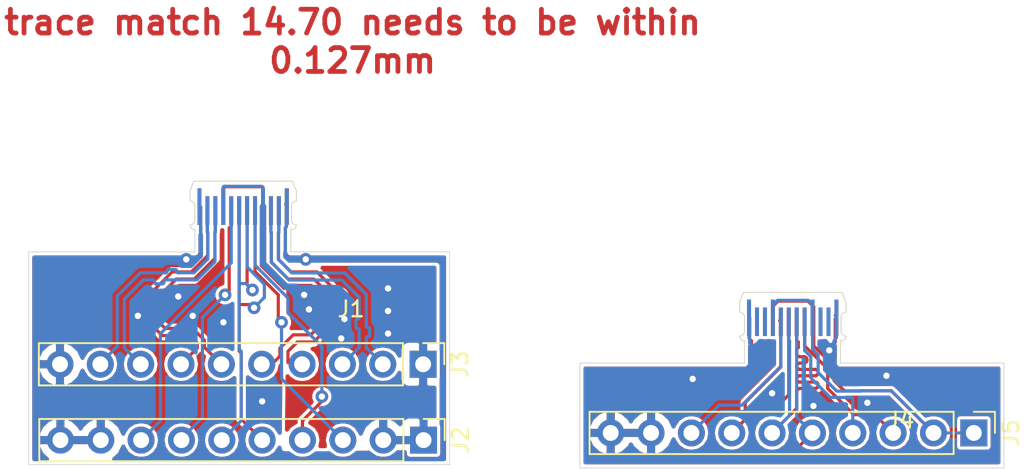
<source format=kicad_pcb>
(kicad_pcb (version 20171130) (host pcbnew "(5.0.0)")

  (general
    (thickness 0.6)
    (drawings 59)
    (tracks 561)
    (zones 0)
    (modules 5)
    (nets 17)
  )

  (page A4)
  (layers
    (0 F.Cu signal)
    (31 B.Cu signal)
    (32 B.Adhes user)
    (33 F.Adhes user)
    (34 B.Paste user)
    (35 F.Paste user)
    (36 B.SilkS user hide)
    (37 F.SilkS user)
    (38 B.Mask user hide)
    (39 F.Mask user hide)
    (40 Dwgs.User user)
    (41 Cmts.User user)
    (42 Eco1.User user)
    (43 Eco2.User user)
    (44 Edge.Cuts user)
    (45 Margin user)
    (46 B.CrtYd user hide)
    (47 F.CrtYd user)
    (48 B.Fab user hide)
    (49 F.Fab user hide)
  )

  (setup
    (last_trace_width 0.2)
    (trace_clearance 0.2)
    (zone_clearance 0.2)
    (zone_45_only no)
    (trace_min 0.2)
    (segment_width 0.2)
    (edge_width 0.05)
    (via_size 0.8)
    (via_drill 0.4)
    (via_min_size 0.4)
    (via_min_drill 0.3)
    (uvia_size 0.3)
    (uvia_drill 0.1)
    (uvias_allowed no)
    (uvia_min_size 0.2)
    (uvia_min_drill 0.1)
    (pcb_text_width 0.3)
    (pcb_text_size 1.5 1.5)
    (mod_edge_width 0.15)
    (mod_text_size 1 1)
    (mod_text_width 0.15)
    (pad_size 1.524 1.524)
    (pad_drill 0.762)
    (pad_to_mask_clearance 0.2)
    (aux_axis_origin 0 0)
    (visible_elements 7FFFFFFF)
    (pcbplotparams
      (layerselection 0x010fc_ffffffff)
      (usegerberextensions false)
      (usegerberattributes false)
      (usegerberadvancedattributes false)
      (creategerberjobfile false)
      (excludeedgelayer true)
      (linewidth 0.100000)
      (plotframeref false)
      (viasonmask false)
      (mode 1)
      (useauxorigin false)
      (hpglpennumber 1)
      (hpglpenspeed 20)
      (hpglpendiameter 15.000000)
      (psnegative false)
      (psa4output false)
      (plotreference true)
      (plotvalue true)
      (plotinvisibletext false)
      (padsonsilk false)
      (subtractmaskfromsilk false)
      (outputformat 1)
      (mirror false)
      (drillshape 1)
      (scaleselection 1)
      (outputdirectory ""))
  )

  (net 0 "")
  (net 1 GND)
  (net 2 /USBD+)
  (net 3 /CC1)
  (net 4 VBUS)
  (net 5 /TX1-)
  (net 6 /TX1+)
  (net 7 /RX2-)
  (net 8 /SBUS1)
  (net 9 /RX2+)
  (net 10 /USBD-)
  (net 11 /RX1+)
  (net 12 /SBUS2)
  (net 13 /RX1-)
  (net 14 /TX2-)
  (net 15 /CC2)
  (net 16 /TX2+)

  (net_class Default "This is the default net class."
    (clearance 0.2)
    (trace_width 0.2)
    (via_dia 0.8)
    (via_drill 0.4)
    (uvia_dia 0.3)
    (uvia_drill 0.1)
    (add_net /CC1)
    (add_net /CC2)
    (add_net /RX1+)
    (add_net /RX1-)
    (add_net /RX2+)
    (add_net /RX2-)
    (add_net /SBUS1)
    (add_net /SBUS2)
    (add_net /TX1+)
    (add_net /TX1-)
    (add_net /TX2+)
    (add_net /TX2-)
    (add_net /USBD+)
    (add_net /USBD-)
    (add_net GND)
    (add_net VBUS)
  )

  (module Connector_PinHeader_2.54mm:PinHeader_1x10_P2.54mm_Vertical (layer F.Cu) (tedit 59FED5CC) (tstamp 5F33CF92)
    (at 162.33 100.076 270)
    (descr "Through hole straight pin header, 1x10, 2.54mm pitch, single row")
    (tags "Through hole pin header THT 1x10 2.54mm single row")
    (path /5F197AB4)
    (fp_text reference J3 (at 0 -2.33 270) (layer F.SilkS)
      (effects (font (size 1 1) (thickness 0.15)))
    )
    (fp_text value Conn_01x10_Male (at 3.124 30.63 270) (layer F.Fab)
      (effects (font (size 1 1) (thickness 0.15)))
    )
    (fp_text user %R (at 0 11.43) (layer F.Fab)
      (effects (font (size 1 1) (thickness 0.15)))
    )
    (fp_line (start 1.8 -1.8) (end -1.8 -1.8) (layer F.CrtYd) (width 0.05))
    (fp_line (start 1.8 24.65) (end 1.8 -1.8) (layer F.CrtYd) (width 0.05))
    (fp_line (start -1.8 24.65) (end 1.8 24.65) (layer F.CrtYd) (width 0.05))
    (fp_line (start -1.8 -1.8) (end -1.8 24.65) (layer F.CrtYd) (width 0.05))
    (fp_line (start -1.33 -1.33) (end 0 -1.33) (layer F.SilkS) (width 0.12))
    (fp_line (start -1.33 0) (end -1.33 -1.33) (layer F.SilkS) (width 0.12))
    (fp_line (start -1.33 1.27) (end 1.33 1.27) (layer F.SilkS) (width 0.12))
    (fp_line (start 1.33 1.27) (end 1.33 24.19) (layer F.SilkS) (width 0.12))
    (fp_line (start -1.33 1.27) (end -1.33 24.19) (layer F.SilkS) (width 0.12))
    (fp_line (start -1.33 24.19) (end 1.33 24.19) (layer F.SilkS) (width 0.12))
    (fp_line (start -1.27 -0.635) (end -0.635 -1.27) (layer F.Fab) (width 0.1))
    (fp_line (start -1.27 24.13) (end -1.27 -0.635) (layer F.Fab) (width 0.1))
    (fp_line (start 1.27 24.13) (end -1.27 24.13) (layer F.Fab) (width 0.1))
    (fp_line (start 1.27 -1.27) (end 1.27 24.13) (layer F.Fab) (width 0.1))
    (fp_line (start -0.635 -1.27) (end 1.27 -1.27) (layer F.Fab) (width 0.1))
    (pad 10 thru_hole oval (at 0 22.86 270) (size 1.7 1.7) (drill 1) (layers *.Cu *.Mask)
      (net 1 GND))
    (pad 9 thru_hole oval (at 0 20.32 270) (size 1.7 1.7) (drill 1) (layers *.Cu *.Mask)
      (net 16 /TX2+))
    (pad 8 thru_hole oval (at 0 17.78 270) (size 1.7 1.7) (drill 1) (layers *.Cu *.Mask)
      (net 14 /TX2-))
    (pad 7 thru_hole oval (at 0 15.24 270) (size 1.7 1.7) (drill 1) (layers *.Cu *.Mask)
      (net 9 /RX2+))
    (pad 6 thru_hole oval (at 0 12.7 270) (size 1.7 1.7) (drill 1) (layers *.Cu *.Mask)
      (net 7 /RX2-))
    (pad 5 thru_hole oval (at 0 10.16 270) (size 1.7 1.7) (drill 1) (layers *.Cu *.Mask)
      (net 5 /TX1-))
    (pad 4 thru_hole oval (at 0 7.62 270) (size 1.7 1.7) (drill 1) (layers *.Cu *.Mask)
      (net 6 /TX1+))
    (pad 3 thru_hole oval (at 0 5.08 270) (size 1.7 1.7) (drill 1) (layers *.Cu *.Mask)
      (net 13 /RX1-))
    (pad 2 thru_hole oval (at 0 2.54 270) (size 1.7 1.7) (drill 1) (layers *.Cu *.Mask)
      (net 11 /RX1+))
    (pad 1 thru_hole rect (at 0 0 270) (size 1.7 1.7) (drill 1) (layers *.Cu *.Mask)
      (net 4 VBUS))
    (model ${KISYS3DMOD}/Connector_PinHeader_2.54mm.3dshapes/PinHeader_1x10_P2.54mm_Vertical.wrl
      (at (xyz 0 0 0))
      (scale (xyz 1 1 1))
      (rotate (xyz 0 0 0))
    )
  )

  (module Connector_PinHeader_2.54mm:PinHeader_1x10_P2.54mm_Vertical (layer F.Cu) (tedit 59FED5CC) (tstamp 5F33CF58)
    (at 162.3568 104.8512 270)
    (descr "Through hole straight pin header, 1x10, 2.54mm pitch, single row")
    (tags "Through hole pin header THT 1x10 2.54mm single row")
    (path /5F196B4D)
    (fp_text reference J2 (at 0 -2.33 270) (layer F.SilkS)
      (effects (font (size 1 1) (thickness 0.15)))
    )
    (fp_text value Conn_01x10_Male (at -0.9512 32.9568 270) (layer F.Fab)
      (effects (font (size 1 1) (thickness 0.15)))
    )
    (fp_line (start -0.635 -1.27) (end 1.27 -1.27) (layer F.Fab) (width 0.1))
    (fp_line (start 1.27 -1.27) (end 1.27 24.13) (layer F.Fab) (width 0.1))
    (fp_line (start 1.27 24.13) (end -1.27 24.13) (layer F.Fab) (width 0.1))
    (fp_line (start -1.27 24.13) (end -1.27 -0.635) (layer F.Fab) (width 0.1))
    (fp_line (start -1.27 -0.635) (end -0.635 -1.27) (layer F.Fab) (width 0.1))
    (fp_line (start -1.33 24.19) (end 1.33 24.19) (layer F.SilkS) (width 0.12))
    (fp_line (start -1.33 1.27) (end -1.33 24.19) (layer F.SilkS) (width 0.12))
    (fp_line (start 1.33 1.27) (end 1.33 24.19) (layer F.SilkS) (width 0.12))
    (fp_line (start -1.33 1.27) (end 1.33 1.27) (layer F.SilkS) (width 0.12))
    (fp_line (start -1.33 0) (end -1.33 -1.33) (layer F.SilkS) (width 0.12))
    (fp_line (start -1.33 -1.33) (end 0 -1.33) (layer F.SilkS) (width 0.12))
    (fp_line (start -1.8 -1.8) (end -1.8 24.65) (layer F.CrtYd) (width 0.05))
    (fp_line (start -1.8 24.65) (end 1.8 24.65) (layer F.CrtYd) (width 0.05))
    (fp_line (start 1.8 24.65) (end 1.8 -1.8) (layer F.CrtYd) (width 0.05))
    (fp_line (start 1.8 -1.8) (end -1.8 -1.8) (layer F.CrtYd) (width 0.05))
    (fp_text user %R (at 0 11.43) (layer F.Fab)
      (effects (font (size 1 1) (thickness 0.15)))
    )
    (pad 1 thru_hole rect (at 0 0 270) (size 1.7 1.7) (drill 1) (layers *.Cu *.Mask)
      (net 4 VBUS))
    (pad 2 thru_hole oval (at 0 2.54 270) (size 1.7 1.7) (drill 1) (layers *.Cu *.Mask)
      (net 4 VBUS))
    (pad 3 thru_hole oval (at 0 5.08 270) (size 1.7 1.7) (drill 1) (layers *.Cu *.Mask)
      (net 3 /CC1))
    (pad 4 thru_hole oval (at 0 7.62 270) (size 1.7 1.7) (drill 1) (layers *.Cu *.Mask)
      (net 12 /SBUS2))
    (pad 5 thru_hole oval (at 0 10.16 270) (size 1.7 1.7) (drill 1) (layers *.Cu *.Mask)
      (net 10 /USBD-))
    (pad 6 thru_hole oval (at 0 12.7 270) (size 1.7 1.7) (drill 1) (layers *.Cu *.Mask)
      (net 2 /USBD+))
    (pad 7 thru_hole oval (at 0 15.24 270) (size 1.7 1.7) (drill 1) (layers *.Cu *.Mask)
      (net 8 /SBUS1))
    (pad 8 thru_hole oval (at 0 17.78 270) (size 1.7 1.7) (drill 1) (layers *.Cu *.Mask)
      (net 15 /CC2))
    (pad 9 thru_hole oval (at 0 20.32 270) (size 1.7 1.7) (drill 1) (layers *.Cu *.Mask)
      (net 1 GND))
    (pad 10 thru_hole oval (at 0 22.86 270) (size 1.7 1.7) (drill 1) (layers *.Cu *.Mask)
      (net 1 GND))
    (model ${KISYS3DMOD}/Connector_PinHeader_2.54mm.3dshapes/PinHeader_1x10_P2.54mm_Vertical.wrl
      (at (xyz 0 0 0))
      (scale (xyz 1 1 1))
      (rotate (xyz 0 0 0))
    )
  )

  (module footprint:usb-c-pcb (layer F.Cu) (tedit 5F182D8E) (tstamp 5F194F7D)
    (at 151 93)
    (path /5F182E8D)
    (fp_text reference J1 (at 6.8 3.6) (layer F.SilkS)
      (effects (font (size 1 1) (thickness 0.15)))
    )
    (fp_text value USB_C_Receptacle (at -0.3 -8.6) (layer F.Fab)
      (effects (font (size 1 1) (thickness 0.15)))
    )
    (fp_line (start -3.095 -4.45) (end 3.095 -4.45) (layer F.SilkS) (width 0.05))
    (fp_line (start -3 0) (end 3 0) (layer B.Paste) (width 0.05))
    (fp_line (start 3 0) (end 3 -1.5) (layer F.SilkS) (width 0.05))
    (fp_line (start 3 -1.5) (end -3 -1.5) (layer B.Paste) (width 0.05))
    (fp_line (start -3 -1.5) (end -3 0) (layer B.Paste) (width 0.05))
    (fp_line (start -3.11 -4.45) (end -3.34 -3.85) (layer F.SilkS) (width 0.05))
    (fp_line (start 3.1 -4.45) (end 3.35 -3.85) (layer F.SilkS) (width 0.05))
    (fp_arc (start 3.34 -2.9) (end 3.35 -3.2) (angle -91.90915243) (layer F.SilkS) (width 0.05))
    (fp_arc (start 3.34 -2) (end 3.04 -2) (angle -90) (layer F.SilkS) (width 0.05))
    (fp_line (start 3.35 -3.85) (end 3.35 -3.2) (layer F.SilkS) (width 0.05))
    (fp_line (start -3.34 -3.85) (end -3.34 -3.2) (layer F.SilkS) (width 0.05))
    (fp_arc (start -3.34 -2.9) (end -3.04 -2.9) (angle -90) (layer F.SilkS) (width 0.05))
    (fp_arc (start -3.34 -2) (end -3.34 -1.7) (angle -90) (layer F.SilkS) (width 0.05))
    (fp_line (start -3.04 -2.9) (end -3.04 -2) (layer F.SilkS) (width 0.05))
    (fp_line (start 3.04 -2.9) (end 3.04 -1.99) (layer F.SilkS) (width 0.05))
    (fp_arc (start 3.02 -1.7) (end 3.02 -1.38) (angle -90) (layer F.SilkS) (width 0.05))
    (fp_arc (start -3.02 -1.7) (end -3.34 -1.7) (angle -90) (layer F.SilkS) (width 0.05))
    (pad A1 smd rect (at 2.75 -2.85) (size 0.25 2.3) (layers F.Cu F.Paste F.Mask)
      (net 1 GND))
    (pad A6 smd rect (at 0.25 -2.6) (size 0.25 1.8) (layers F.Cu F.Paste F.Mask)
      (net 2 /USBD+))
    (pad A5 smd rect (at 0.75 -2.6) (size 0.25 1.8) (layers F.Cu F.Paste F.Mask)
      (net 3 /CC1))
    (pad A4 smd rect (at 1.25 -2.85) (size 0.25 2.3) (layers F.Cu F.Paste F.Mask)
      (net 4 VBUS))
    (pad A3 smd rect (at 1.75 -2.6) (size 0.25 1.8) (layers F.Cu F.Paste F.Mask)
      (net 5 /TX1-))
    (pad A2 smd rect (at 2.25 -2.6) (size 0.25 1.8) (layers F.Cu F.Paste F.Mask)
      (net 6 /TX1+))
    (pad A9 smd rect (at -1.25 -2.85) (size 0.25 2.3) (layers F.Cu F.Paste F.Mask)
      (net 4 VBUS))
    (pad A10 smd rect (at -1.75 -2.6) (size 0.25 1.8) (layers F.Cu F.Paste F.Mask)
      (net 7 /RX2-))
    (pad A8 smd rect (at -0.75 -2.6) (size 0.25 1.8) (layers F.Cu F.Paste F.Mask)
      (net 8 /SBUS1))
    (pad A12 smd rect (at -2.75 -2.85) (size 0.25 2.3) (layers F.Cu F.Paste F.Mask)
      (net 1 GND))
    (pad A11 smd rect (at -2.25 -2.6) (size 0.25 1.8) (layers F.Cu F.Paste F.Mask)
      (net 9 /RX2+))
    (pad A7 smd rect (at -0.25 -2.6) (size 0.25 1.8) (layers F.Cu F.Paste F.Mask)
      (net 10 /USBD-))
    (pad B1 smd rect (at -2.75 -2.85 180) (size 0.25 2.3) (layers B.Cu B.Paste B.Mask)
      (net 1 GND))
    (pad B11 smd rect (at 2.25 -2.6 180) (size 0.25 1.8) (layers B.Cu B.Paste B.Mask)
      (net 11 /RX1+))
    (pad B9 smd rect (at 1.25 -2.85 180) (size 0.25 2.3) (layers B.Cu B.Paste B.Mask)
      (net 4 VBUS))
    (pad B8 smd rect (at 0.75 -2.6 180) (size 0.25 1.8) (layers B.Cu B.Paste B.Mask)
      (net 12 /SBUS2))
    (pad B10 smd rect (at 1.75 -2.6 180) (size 0.25 1.8) (layers B.Cu B.Paste B.Mask)
      (net 13 /RX1-))
    (pad B3 smd rect (at -1.75 -2.6 180) (size 0.25 1.8) (layers B.Cu B.Paste B.Mask)
      (net 14 /TX2-))
    (pad B6 smd rect (at -0.25 -2.6 180) (size 0.25 1.8) (layers B.Cu B.Paste B.Mask)
      (net 2 /USBD+))
    (pad B4 smd rect (at -1.25 -2.85 180) (size 0.25 2.3) (layers B.Cu B.Paste B.Mask)
      (net 4 VBUS))
    (pad B5 smd rect (at -0.75 -2.6 180) (size 0.25 1.8) (layers B.Cu B.Paste B.Mask)
      (net 15 /CC2))
    (pad B2 smd rect (at -2.25 -2.6 180) (size 0.25 1.8) (layers B.Cu B.Paste B.Mask)
      (net 16 /TX2+))
    (pad B12 smd rect (at 2.75 -2.85 180) (size 0.25 2.3) (layers B.Cu B.Paste B.Mask)
      (net 1 GND))
    (pad B7 smd rect (at 0.25 -2.6 180) (size 0.25 1.8) (layers B.Cu B.Paste B.Mask)
      (net 10 /USBD-))
  )

  (module footprint:usb-c-pcb (layer F.Cu) (tedit 5F182D8E) (tstamp 5F273C7A)
    (at 185.6 100)
    (path /5F197332)
    (fp_text reference J4 (at 6.8 3.6) (layer F.SilkS)
      (effects (font (size 1 1) (thickness 0.15)))
    )
    (fp_text value USB_C_Receptacle (at -0.3 -8.6) (layer F.Fab)
      (effects (font (size 1 1) (thickness 0.15)))
    )
    (fp_line (start -3.095 -4.45) (end 3.095 -4.45) (layer F.SilkS) (width 0.05))
    (fp_line (start -3 0) (end 3 0) (layer B.Paste) (width 0.05))
    (fp_line (start 3 0) (end 3 -1.5) (layer F.SilkS) (width 0.05))
    (fp_line (start 3 -1.5) (end -3 -1.5) (layer B.Paste) (width 0.05))
    (fp_line (start -3 -1.5) (end -3 0) (layer B.Paste) (width 0.05))
    (fp_line (start -3.11 -4.45) (end -3.34 -3.85) (layer F.SilkS) (width 0.05))
    (fp_line (start 3.1 -4.45) (end 3.35 -3.85) (layer F.SilkS) (width 0.05))
    (fp_arc (start 3.34 -2.9) (end 3.35 -3.2) (angle -91.90915243) (layer F.SilkS) (width 0.05))
    (fp_arc (start 3.34 -2) (end 3.04 -2) (angle -90) (layer F.SilkS) (width 0.05))
    (fp_line (start 3.35 -3.85) (end 3.35 -3.2) (layer F.SilkS) (width 0.05))
    (fp_line (start -3.34 -3.85) (end -3.34 -3.2) (layer F.SilkS) (width 0.05))
    (fp_arc (start -3.34 -2.9) (end -3.04 -2.9) (angle -90) (layer F.SilkS) (width 0.05))
    (fp_arc (start -3.34 -2) (end -3.34 -1.7) (angle -90) (layer F.SilkS) (width 0.05))
    (fp_line (start -3.04 -2.9) (end -3.04 -2) (layer F.SilkS) (width 0.05))
    (fp_line (start 3.04 -2.9) (end 3.04 -1.99) (layer F.SilkS) (width 0.05))
    (fp_arc (start 3.02 -1.7) (end 3.02 -1.38) (angle -90) (layer F.SilkS) (width 0.05))
    (fp_arc (start -3.02 -1.7) (end -3.34 -1.7) (angle -90) (layer F.SilkS) (width 0.05))
    (pad A1 smd rect (at 2.75 -2.85) (size 0.25 2.3) (layers F.Cu F.Paste F.Mask)
      (net 1 GND))
    (pad A6 smd rect (at 0.25 -2.6) (size 0.25 1.8) (layers F.Cu F.Paste F.Mask)
      (net 2 /USBD+))
    (pad A5 smd rect (at 0.75 -2.6) (size 0.25 1.8) (layers F.Cu F.Paste F.Mask)
      (net 3 /CC1))
    (pad A4 smd rect (at 1.25 -2.85) (size 0.25 2.3) (layers F.Cu F.Paste F.Mask)
      (net 4 VBUS))
    (pad A3 smd rect (at 1.75 -2.6) (size 0.25 1.8) (layers F.Cu F.Paste F.Mask))
    (pad A2 smd rect (at 2.25 -2.6) (size 0.25 1.8) (layers F.Cu F.Paste F.Mask))
    (pad A9 smd rect (at -1.25 -2.85) (size 0.25 2.3) (layers F.Cu F.Paste F.Mask)
      (net 4 VBUS))
    (pad A10 smd rect (at -1.75 -2.6) (size 0.25 1.8) (layers F.Cu F.Paste F.Mask))
    (pad A8 smd rect (at -0.75 -2.6) (size 0.25 1.8) (layers F.Cu F.Paste F.Mask)
      (net 8 /SBUS1))
    (pad A12 smd rect (at -2.75 -2.85) (size 0.25 2.3) (layers F.Cu F.Paste F.Mask)
      (net 1 GND))
    (pad A11 smd rect (at -2.25 -2.6) (size 0.25 1.8) (layers F.Cu F.Paste F.Mask))
    (pad A7 smd rect (at -0.25 -2.6) (size 0.25 1.8) (layers F.Cu F.Paste F.Mask)
      (net 10 /USBD-))
    (pad B1 smd rect (at -2.75 -2.85 180) (size 0.25 2.3) (layers B.Cu B.Paste B.Mask)
      (net 1 GND))
    (pad B11 smd rect (at 2.25 -2.6 180) (size 0.25 1.8) (layers B.Cu B.Paste B.Mask))
    (pad B9 smd rect (at 1.25 -2.85 180) (size 0.25 2.3) (layers B.Cu B.Paste B.Mask)
      (net 4 VBUS))
    (pad B8 smd rect (at 0.75 -2.6 180) (size 0.25 1.8) (layers B.Cu B.Paste B.Mask)
      (net 12 /SBUS2))
    (pad B10 smd rect (at 1.75 -2.6 180) (size 0.25 1.8) (layers B.Cu B.Paste B.Mask))
    (pad B3 smd rect (at -1.75 -2.6 180) (size 0.25 1.8) (layers B.Cu B.Paste B.Mask))
    (pad B6 smd rect (at -0.25 -2.6 180) (size 0.25 1.8) (layers B.Cu B.Paste B.Mask)
      (net 2 /USBD+))
    (pad B4 smd rect (at -1.25 -2.85 180) (size 0.25 2.3) (layers B.Cu B.Paste B.Mask)
      (net 4 VBUS))
    (pad B5 smd rect (at -0.75 -2.6 180) (size 0.25 1.8) (layers B.Cu B.Paste B.Mask)
      (net 15 /CC2))
    (pad B2 smd rect (at -2.25 -2.6 180) (size 0.25 1.8) (layers B.Cu B.Paste B.Mask))
    (pad B12 smd rect (at 2.75 -2.85 180) (size 0.25 2.3) (layers B.Cu B.Paste B.Mask)
      (net 1 GND))
    (pad B7 smd rect (at 0.25 -2.6 180) (size 0.25 1.8) (layers B.Cu B.Paste B.Mask)
      (net 10 /USBD-))
  )

  (module Connector_PinHeader_2.54mm:PinHeader_1x10_P2.54mm_Vertical (layer F.Cu) (tedit 59FED5CC) (tstamp 5F273C98)
    (at 197 104.4 270)
    (descr "Through hole straight pin header, 1x10, 2.54mm pitch, single row")
    (tags "Through hole pin header THT 1x10 2.54mm single row")
    (path /5F195A1E)
    (fp_text reference J5 (at 0 -2.33 270) (layer F.SilkS)
      (effects (font (size 1 1) (thickness 0.15)))
    )
    (fp_text value Conn_01x10_Male (at 0 25.19 270) (layer F.Fab)
      (effects (font (size 1 1) (thickness 0.15)))
    )
    (fp_line (start -0.635 -1.27) (end 1.27 -1.27) (layer F.Fab) (width 0.1))
    (fp_line (start 1.27 -1.27) (end 1.27 24.13) (layer F.Fab) (width 0.1))
    (fp_line (start 1.27 24.13) (end -1.27 24.13) (layer F.Fab) (width 0.1))
    (fp_line (start -1.27 24.13) (end -1.27 -0.635) (layer F.Fab) (width 0.1))
    (fp_line (start -1.27 -0.635) (end -0.635 -1.27) (layer F.Fab) (width 0.1))
    (fp_line (start -1.33 24.19) (end 1.33 24.19) (layer F.SilkS) (width 0.12))
    (fp_line (start -1.33 1.27) (end -1.33 24.19) (layer F.SilkS) (width 0.12))
    (fp_line (start 1.33 1.27) (end 1.33 24.19) (layer F.SilkS) (width 0.12))
    (fp_line (start -1.33 1.27) (end 1.33 1.27) (layer F.SilkS) (width 0.12))
    (fp_line (start -1.33 0) (end -1.33 -1.33) (layer F.SilkS) (width 0.12))
    (fp_line (start -1.33 -1.33) (end 0 -1.33) (layer F.SilkS) (width 0.12))
    (fp_line (start -1.8 -1.8) (end -1.8 24.65) (layer F.CrtYd) (width 0.05))
    (fp_line (start -1.8 24.65) (end 1.8 24.65) (layer F.CrtYd) (width 0.05))
    (fp_line (start 1.8 24.65) (end 1.8 -1.8) (layer F.CrtYd) (width 0.05))
    (fp_line (start 1.8 -1.8) (end -1.8 -1.8) (layer F.CrtYd) (width 0.05))
    (fp_text user %R (at 0 11.43) (layer F.Fab)
      (effects (font (size 1 1) (thickness 0.15)))
    )
    (pad 1 thru_hole rect (at 0 0 270) (size 1.7 1.7) (drill 1) (layers *.Cu *.Mask)
      (net 4 VBUS))
    (pad 2 thru_hole oval (at 0 2.54 270) (size 1.7 1.7) (drill 1) (layers *.Cu *.Mask)
      (net 4 VBUS))
    (pad 3 thru_hole oval (at 0 5.08 270) (size 1.7 1.7) (drill 1) (layers *.Cu *.Mask)
      (net 3 /CC1))
    (pad 4 thru_hole oval (at 0 7.62 270) (size 1.7 1.7) (drill 1) (layers *.Cu *.Mask)
      (net 12 /SBUS2))
    (pad 5 thru_hole oval (at 0 10.16 270) (size 1.7 1.7) (drill 1) (layers *.Cu *.Mask)
      (net 10 /USBD-))
    (pad 6 thru_hole oval (at 0 12.7 270) (size 1.7 1.7) (drill 1) (layers *.Cu *.Mask)
      (net 2 /USBD+))
    (pad 7 thru_hole oval (at 0 15.24 270) (size 1.7 1.7) (drill 1) (layers *.Cu *.Mask)
      (net 8 /SBUS1))
    (pad 8 thru_hole oval (at 0 17.78 270) (size 1.7 1.7) (drill 1) (layers *.Cu *.Mask)
      (net 15 /CC2))
    (pad 9 thru_hole oval (at 0 20.32 270) (size 1.7 1.7) (drill 1) (layers *.Cu *.Mask)
      (net 1 GND))
    (pad 10 thru_hole oval (at 0 22.86 270) (size 1.7 1.7) (drill 1) (layers *.Cu *.Mask)
      (net 1 GND))
    (model ${KISYS3DMOD}/Connector_PinHeader_2.54mm.3dshapes/PinHeader_1x10_P2.54mm_Vertical.wrl
      (at (xyz 0 0 0))
      (scale (xyz 1 1 1))
      (rotate (xyz 0 0 0))
    )
  )

  (gr_line (start 164 105.4) (end 164 106.4) (layer Edge.Cuts) (width 0.05))
  (gr_line (start 164 101.6) (end 164 105.4) (layer Edge.Cuts) (width 0.05))
  (gr_line (start 164 93) (end 164 101.6) (layer Edge.Cuts) (width 0.05))
  (gr_line (start 198.9 100) (end 189.6 100) (layer Edge.Cuts) (width 0.05))
  (gr_line (start 198.9 102.5) (end 198.9 100) (layer Edge.Cuts) (width 0.05))
  (gr_line (start 198.9 106.6) (end 198.9 102.5) (layer Edge.Cuts) (width 0.05))
  (gr_line (start 172.2 106.6) (end 198.9 106.6) (layer Edge.Cuts) (width 0.05))
  (gr_line (start 172.2 100) (end 172.2 106.6) (layer Edge.Cuts) (width 0.05))
  (gr_line (start 181.8 100) (end 172.2 100) (layer Edge.Cuts) (width 0.05))
  (gr_line (start 188.6 98.6) (end 188.6 100) (layer Edge.Cuts) (width 0.05) (tstamp 5F1E943E))
  (gr_line (start 188.95 96.15) (end 188.95 96.8) (layer Edge.Cuts) (width 0.05) (tstamp 5F1E943D))
  (gr_line (start 189.4 100) (end 189.5 100) (layer Edge.Cuts) (width 0.05) (tstamp 5F1E943C))
  (gr_arc (start 182.26 98) (end 182.26 98.3) (angle -90) (layer Edge.Cuts) (width 0.05) (tstamp 5F1E943B))
  (gr_arc (start 188.95 97.1) (end 188.95 96.8) (angle -90) (layer Edge.Cuts) (width 0.05) (tstamp 5F1E943A))
  (gr_line (start 188.6 100) (end 189.4 100) (layer Edge.Cuts) (width 0.05) (tstamp 5F1E9439))
  (gr_line (start 188.7 95.55) (end 182.49 95.55) (layer Edge.Cuts) (width 0.05) (tstamp 5F1E9438))
  (gr_arc (start 182.56 98.3) (end 182.26 98.3) (angle -90) (layer Edge.Cuts) (width 0.05) (tstamp 5F1E9437))
  (gr_line (start 188.65 97.1) (end 188.65 98) (layer Edge.Cuts) (width 0.05) (tstamp 5F1E9436))
  (gr_line (start 189.5 100) (end 189.6 100) (layer Edge.Cuts) (width 0.05) (tstamp 5F1E9435))
  (gr_line (start 182.56 97.1) (end 182.56 98) (layer Edge.Cuts) (width 0.05) (tstamp 5F1E9434))
  (gr_line (start 182.5 95.55) (end 182.49 95.55) (layer Edge.Cuts) (width 0.05) (tstamp 5F1E9433))
  (gr_line (start 188.65 98.6) (end 188.6 98.6) (layer Edge.Cuts) (width 0.05) (tstamp 5F1E9432))
  (gr_arc (start 182.26 97.1) (end 182.56 97.1) (angle -90) (layer Edge.Cuts) (width 0.05) (tstamp 5F1E9431))
  (gr_line (start 182.56 100) (end 181.8 100) (layer Edge.Cuts) (width 0.05) (tstamp 5F1E9430))
  (gr_line (start 182.56 98.6) (end 182.56 100) (layer Edge.Cuts) (width 0.05) (tstamp 5F1E942F))
  (gr_line (start 182.49 95.55) (end 182.26 96.15) (layer Edge.Cuts) (width 0.05) (tstamp 5F1E942E))
  (gr_line (start 188.7 95.55) (end 188.95 96.15) (layer Edge.Cuts) (width 0.05) (tstamp 5F1E942D))
  (gr_line (start 182.26 96.15) (end 182.26 96.8) (layer Edge.Cuts) (width 0.05) (tstamp 5F1E942C))
  (gr_arc (start 188.95 98) (end 188.65 98) (angle -90) (layer Edge.Cuts) (width 0.05) (tstamp 5F1E942B))
  (gr_arc (start 188.65 98.3) (end 188.65 98.6) (angle -90) (layer Edge.Cuts) (width 0.05) (tstamp 5F1E942A))
  (dimension 26.5 (width 0.3) (layer F.Fab)
    (gr_text "26.500 mm" (at 150.75 112.1) (layer F.Fab)
      (effects (font (size 1.5 1.5) (thickness 0.3)))
    )
    (feature1 (pts (xy 164 106.4) (xy 164 110.586421)))
    (feature2 (pts (xy 137.5 106.4) (xy 137.5 110.586421)))
    (crossbar (pts (xy 137.5 110) (xy 164 110)))
    (arrow1a (pts (xy 164 110) (xy 162.873496 110.586421)))
    (arrow1b (pts (xy 164 110) (xy 162.873496 109.413579)))
    (arrow2a (pts (xy 137.5 110) (xy 138.626504 110.586421)))
    (arrow2b (pts (xy 137.5 110) (xy 138.626504 109.413579)))
  )
  (dimension 13.4 (width 0.3) (layer F.Fab)
    (gr_text "13.400 mm" (at 172.2 99.7 90) (layer F.Fab)
      (effects (font (size 1.5 1.5) (thickness 0.3)))
    )
    (feature1 (pts (xy 164 93) (xy 170.686421 93)))
    (feature2 (pts (xy 164 106.4) (xy 170.686421 106.4)))
    (crossbar (pts (xy 170.1 106.4) (xy 170.1 93)))
    (arrow1a (pts (xy 170.1 93) (xy 170.686421 94.126504)))
    (arrow1b (pts (xy 170.1 93) (xy 169.513579 94.126504)))
    (arrow2a (pts (xy 170.1 106.4) (xy 170.686421 105.273496)))
    (arrow2b (pts (xy 170.1 106.4) (xy 169.513579 105.273496)))
  )
  (gr_line (start 137.5 93) (end 147.2 93) (layer Edge.Cuts) (width 0.05))
  (gr_line (start 137.5 106.4) (end 137.5 93) (layer Edge.Cuts) (width 0.05))
  (gr_line (start 159.2 106.4) (end 137.5 106.4) (layer Edge.Cuts) (width 0.05))
  (gr_line (start 164 106.4) (end 159.2 106.4) (layer Edge.Cuts) (width 0.05))
  (gr_line (start 155 93) (end 164 93) (layer Edge.Cuts) (width 0.05))
  (gr_text "trace match 14.70 needs to be within\n0.127mm\n" (at 157.8864 79.756) (layer F.Cu)
    (effects (font (size 1.5 1.5) (thickness 0.3)))
  )
  (gr_line (start 154.9 93) (end 155 93) (layer Edge.Cuts) (width 0.05))
  (gr_line (start 154.8 93) (end 154.9 93) (layer Edge.Cuts) (width 0.05))
  (gr_line (start 147.96 90.1) (end 147.96 91) (layer Edge.Cuts) (width 0.05))
  (gr_line (start 154.05 91.6) (end 154 91.6) (layer Edge.Cuts) (width 0.05))
  (gr_line (start 154.05 90.1) (end 154.05 91) (layer Edge.Cuts) (width 0.05))
  (gr_arc (start 154.05 91.3) (end 154.05 91.6) (angle -90) (layer Edge.Cuts) (width 0.05) (tstamp 5F2637EA))
  (gr_arc (start 154.35 90.1) (end 154.35 89.8) (angle -90) (layer Edge.Cuts) (width 0.05) (tstamp 5F2637E2))
  (gr_arc (start 154.35 91) (end 154.05 91) (angle -90) (layer Edge.Cuts) (width 0.05) (tstamp 5F2637E0))
  (gr_arc (start 147.96 91.3) (end 147.66 91.3) (angle -90) (layer Edge.Cuts) (width 0.05) (tstamp 5F2637DB))
  (gr_arc (start 147.66 91) (end 147.66 91.3) (angle -90) (layer Edge.Cuts) (width 0.05) (tstamp 5F2637D6))
  (gr_arc (start 147.66 90.1) (end 147.96 90.1) (angle -90) (layer Edge.Cuts) (width 0.05))
  (gr_line (start 147.96 93) (end 147.2 93) (layer Edge.Cuts) (width 0.05))
  (gr_line (start 147.96 91.6) (end 147.96 93) (layer Edge.Cuts) (width 0.05))
  (gr_line (start 147.66 89.15) (end 147.66 89.8) (layer Edge.Cuts) (width 0.05))
  (gr_line (start 147.89 88.55) (end 147.66 89.15) (layer Edge.Cuts) (width 0.05))
  (gr_line (start 147.9 88.55) (end 147.89 88.55) (layer Edge.Cuts) (width 0.05))
  (gr_line (start 154.1 88.55) (end 147.89 88.55) (layer Edge.Cuts) (width 0.05))
  (gr_line (start 154 93) (end 154.8 93) (layer Edge.Cuts) (width 0.05))
  (gr_line (start 154 91.6) (end 154 93) (layer Edge.Cuts) (width 0.05))
  (gr_line (start 154.35 89.15) (end 154.35 89.8) (layer Edge.Cuts) (width 0.05))
  (gr_line (start 154.1 88.55) (end 154.35 89.15) (layer Edge.Cuts) (width 0.05))

  (via (at 187.9 99.2) (size 0.8) (drill 0.4) (layers F.Cu B.Cu) (net 1))
  (segment (start 153.72499 91.415377) (end 153.72499 90.15) (width 0.2) (layer B.Cu) (net 1))
  (segment (start 153.66 92.45) (end 153.66 91.480367) (width 0.2) (layer B.Cu) (net 1))
  (segment (start 153.66 91.480367) (end 153.72499 91.415377) (width 0.2) (layer B.Cu) (net 1))
  (segment (start 153.66 92.45) (end 153.66 93.15) (width 0.2) (layer B.Cu) (net 1))
  (segment (start 153.66 93.15) (end 153.92 93.41) (width 0.2) (layer B.Cu) (net 1))
  (segment (start 153.92 93.41) (end 154.3 93.41) (width 0.2) (layer B.Cu) (net 1))
  (segment (start 153.72499 91.415377) (end 153.72499 90.15) (width 0.2) (layer F.Cu) (net 1))
  (segment (start 153.66 91.480367) (end 153.72499 91.415377) (width 0.2) (layer F.Cu) (net 1))
  (segment (start 153.66 92.99) (end 153.66 93.17) (width 0.2) (layer F.Cu) (net 1))
  (segment (start 153.66 92.99) (end 153.66 91.480367) (width 0.2) (layer F.Cu) (net 1))
  (segment (start 148.28501 90.15) (end 148.29 90.15499) (width 0.2) (layer F.Cu) (net 1))
  (segment (start 147.9296 93.3704) (end 148.049233 93.3704) (width 0.2) (layer F.Cu) (net 1))
  (segment (start 148.336 91.79579) (end 148.324999 91.784789) (width 0.2) (layer F.Cu) (net 1))
  (segment (start 148.336 93.083633) (end 148.336 91.79579) (width 0.2) (layer F.Cu) (net 1))
  (segment (start 148.324999 91.784789) (end 148.324999 90.189989) (width 0.2) (layer F.Cu) (net 1))
  (segment (start 148.049233 93.3704) (end 148.336 93.083633) (width 0.2) (layer F.Cu) (net 1))
  (segment (start 148.324999 90.189989) (end 148.28501 90.15) (width 0.2) (layer F.Cu) (net 1))
  (segment (start 148.28501 90.15) (end 148.3 90.16499) (width 0.2) (layer B.Cu) (net 1))
  (segment (start 148.324999 90.189989) (end 148.28501 90.15) (width 0.2) (layer B.Cu) (net 1))
  (segment (start 148.324999 91.784789) (end 148.324999 90.189989) (width 0.2) (layer B.Cu) (net 1))
  (segment (start 148.336 91.44) (end 148.336 91.79579) (width 0.2) (layer B.Cu) (net 1))
  (segment (start 148.336 91.79579) (end 148.324999 91.784789) (width 0.2) (layer B.Cu) (net 1))
  (segment (start 148.336 91.79579) (end 148.336 92.7608) (width 0.2) (layer B.Cu) (net 1))
  (via (at 147.4216 93.472) (size 0.8) (drill 0.4) (layers F.Cu B.Cu) (net 1))
  (via (at 154.94 93.472) (size 0.8) (drill 0.4) (layers F.Cu B.Cu) (net 1))
  (via (at 146.9136 95.8088) (size 0.8) (drill 0.4) (layers F.Cu B.Cu) (net 1) (tstamp 5F194B17))
  (via (at 147.828 97.028) (size 0.8) (drill 0.4) (layers F.Cu B.Cu) (net 1) (tstamp 5F194B19))
  (via (at 149.7584 97.4344) (size 0.8) (drill 0.4) (layers F.Cu B.Cu) (net 1) (tstamp 5F194B1C))
  (via (at 144.3736 97.028) (size 0.8) (drill 0.4) (layers F.Cu B.Cu) (net 1) (tstamp 5F194B26))
  (via (at 152.1968 102.4128) (size 0.8) (drill 0.4) (layers F.Cu B.Cu) (net 1) (tstamp 5F194B40))
  (segment (start 188.1 99.1) (end 188.1 98.85) (width 0.2) (layer F.Cu) (net 1))
  (segment (start 188.275001 97.224999) (end 188.32499 97.17501) (width 0.2) (layer F.Cu) (net 1))
  (segment (start 188.275001 98.540001) (end 188.275001 97.224999) (width 0.2) (layer F.Cu) (net 1))
  (segment (start 188.27499 98.540012) (end 188.275001 98.540001) (width 0.2) (layer F.Cu) (net 1))
  (segment (start 188.27499 98.67501) (end 188.27499 98.540012) (width 0.2) (layer F.Cu) (net 1))
  (segment (start 188.1 98.85) (end 188.27499 98.67501) (width 0.2) (layer F.Cu) (net 1))
  (segment (start 183.2 99.25) (end 183 99.05) (width 0.2) (layer F.Cu) (net 1))
  (segment (start 183.3 99.25) (end 183.2 99.25) (width 0.2) (layer F.Cu) (net 1))
  (segment (start 182.88501 98.134623) (end 182.88501 97.15) (width 0.2) (layer F.Cu) (net 1))
  (segment (start 182.85 98.169633) (end 182.88501 98.134623) (width 0.2) (layer F.Cu) (net 1))
  (segment (start 182.85 98.430367) (end 182.85 98.169633) (width 0.2) (layer F.Cu) (net 1))
  (segment (start 182.88501 98.500012) (end 182.88501 98.465377) (width 0.2) (layer F.Cu) (net 1))
  (segment (start 182.88501 98.465377) (end 182.85 98.430367) (width 0.2) (layer F.Cu) (net 1))
  (segment (start 182.984999 98.600001) (end 182.88501 98.500012) (width 0.2) (layer F.Cu) (net 1))
  (segment (start 183 98.600001) (end 182.984999 98.600001) (width 0.2) (layer F.Cu) (net 1))
  (segment (start 183 99.05) (end 183 98.600001) (width 0.2) (layer F.Cu) (net 1))
  (segment (start 183.3 99.25) (end 183.3 99.15) (width 0.2) (layer B.Cu) (net 1))
  (segment (start 182.88501 98.134623) (end 182.88501 97.15) (width 0.2) (layer B.Cu) (net 1))
  (segment (start 182.88501 98.73501) (end 182.88501 98.134623) (width 0.2) (layer B.Cu) (net 1))
  (segment (start 183.3 99.15) (end 182.88501 98.73501) (width 0.2) (layer B.Cu) (net 1))
  (segment (start 188.1 99.1) (end 188.1 98.8) (width 0.2) (layer B.Cu) (net 1))
  (segment (start 188.1 98.8) (end 188.2 98.7) (width 0.2) (layer B.Cu) (net 1))
  (segment (start 188.35 98.390367) (end 188.35 98.159633) (width 0.2) (layer B.Cu) (net 1))
  (segment (start 188.27499 98.465377) (end 188.35 98.390367) (width 0.2) (layer B.Cu) (net 1))
  (segment (start 188.27499 98.540012) (end 188.27499 98.465377) (width 0.2) (layer B.Cu) (net 1))
  (segment (start 188.215001 98.600001) (end 188.27499 98.540012) (width 0.2) (layer B.Cu) (net 1))
  (segment (start 188.2 98.600001) (end 188.215001 98.600001) (width 0.2) (layer B.Cu) (net 1))
  (segment (start 188.2 98.7) (end 188.2 98.600001) (width 0.2) (layer B.Cu) (net 1))
  (via (at 184.3 101.9) (size 0.8) (drill 0.4) (layers F.Cu B.Cu) (net 1) (tstamp 5F1E97DE))
  (via (at 186.9 102.7) (size 0.8) (drill 0.4) (layers F.Cu B.Cu) (net 1))
  (via (at 190.3 102.5) (size 0.8) (drill 0.4) (layers F.Cu B.Cu) (net 1) (tstamp 5F1E981F))
  (via (at 191.5 100.8) (size 0.8) (drill 0.4) (layers F.Cu B.Cu) (net 1) (tstamp 5F1E9821))
  (via (at 179.3 101) (size 0.8) (drill 0.4) (layers F.Cu B.Cu) (net 1) (tstamp 5F1E98FD))
  (segment (start 150.75 99.1372) (end 150.876 99.2632) (width 0.2) (layer B.Cu) (net 2))
  (segment (start 150.876 103.632) (end 149.6568 104.8512) (width 0.2) (layer B.Cu) (net 2))
  (segment (start 150.876 99.2632) (end 150.876 103.632) (width 0.2) (layer B.Cu) (net 2))
  (segment (start 150.75 90.4) (end 150.75 94.996) (width 0.2) (layer B.Cu) (net 2))
  (segment (start 150.75 94.996) (end 150.75 99.1372) (width 0.2) (layer B.Cu) (net 2))
  (via (at 151.5872 95.4024) (size 0.8) (drill 0.4) (layers F.Cu B.Cu) (net 2))
  (segment (start 151.1808 94.996) (end 150.75 94.996) (width 0.2) (layer B.Cu) (net 2))
  (segment (start 151.5872 95.4024) (end 151.1808 94.996) (width 0.2) (layer B.Cu) (net 2))
  (segment (start 151.25 95.0652) (end 151.25 90.4) (width 0.2) (layer F.Cu) (net 2))
  (segment (start 151.5872 95.4024) (end 151.25 95.0652) (width 0.2) (layer F.Cu) (net 2))
  (segment (start 185.35 98.555002) (end 185.4 98.605002) (width 0.2) (layer B.Cu) (net 2))
  (segment (start 185.35 97.4) (end 185.35 98.555002) (width 0.2) (layer B.Cu) (net 2))
  (segment (start 185.4 103.3) (end 184.3 104.4) (width 0.2) (layer B.Cu) (net 2))
  (segment (start 185.4 98.605002) (end 185.4 103.3) (width 0.2) (layer B.Cu) (net 2))
  (segment (start 185.200607 103.499393) (end 184.3 104.4) (width 0.2) (layer F.Cu) (net 2))
  (segment (start 185.85 102.85) (end 185.200607 103.499393) (width 0.2) (layer F.Cu) (net 2))
  (segment (start 185.85 101.8) (end 185.85 102.85) (width 0.2) (layer F.Cu) (net 2))
  (segment (start 185.855015 101.755495) (end 185.85 101.8) (width 0.2) (layer F.Cu) (net 2))
  (segment (start 185.869807 101.713223) (end 185.855015 101.755495) (width 0.2) (layer F.Cu) (net 2))
  (segment (start 185.893634 101.675302) (end 185.869807 101.713223) (width 0.2) (layer F.Cu) (net 2))
  (segment (start 185.925303 101.643633) (end 185.893634 101.675302) (width 0.2) (layer F.Cu) (net 2))
  (segment (start 185.963224 101.619806) (end 185.925303 101.643633) (width 0.2) (layer F.Cu) (net 2))
  (segment (start 186.005496 101.605014) (end 185.963224 101.619806) (width 0.2) (layer F.Cu) (net 2))
  (segment (start 186.05 101.6) (end 186.005496 101.605014) (width 0.2) (layer F.Cu) (net 2))
  (segment (start 187 101.6) (end 186.05 101.6) (width 0.2) (layer F.Cu) (net 2))
  (segment (start 187.044505 101.594985) (end 187 101.6) (width 0.2) (layer F.Cu) (net 2))
  (segment (start 187.086777 101.580193) (end 187.044505 101.594985) (width 0.2) (layer F.Cu) (net 2))
  (segment (start 187.124698 101.556366) (end 187.086777 101.580193) (width 0.2) (layer F.Cu) (net 2))
  (segment (start 187.156367 101.524697) (end 187.124698 101.556366) (width 0.2) (layer F.Cu) (net 2))
  (segment (start 187.180194 101.486776) (end 187.156367 101.524697) (width 0.2) (layer F.Cu) (net 2))
  (segment (start 187.194986 101.444504) (end 187.180194 101.486776) (width 0.2) (layer F.Cu) (net 2))
  (segment (start 187.2 101.4) (end 187.194986 101.444504) (width 0.2) (layer F.Cu) (net 2))
  (segment (start 187.194986 101.355495) (end 187.2 101.4) (width 0.2) (layer F.Cu) (net 2))
  (segment (start 187.180194 101.313223) (end 187.194986 101.355495) (width 0.2) (layer F.Cu) (net 2))
  (segment (start 187.156367 101.275302) (end 187.180194 101.313223) (width 0.2) (layer F.Cu) (net 2))
  (segment (start 187.124698 101.243633) (end 187.156367 101.275302) (width 0.2) (layer F.Cu) (net 2))
  (segment (start 187.086777 101.219806) (end 187.124698 101.243633) (width 0.2) (layer F.Cu) (net 2))
  (segment (start 187.044505 101.205014) (end 187.086777 101.219806) (width 0.2) (layer F.Cu) (net 2))
  (segment (start 187 101.2) (end 187.044505 101.205014) (width 0.2) (layer F.Cu) (net 2))
  (segment (start 186.05 101.2) (end 187 101.2) (width 0.2) (layer F.Cu) (net 2))
  (segment (start 186.005496 101.194985) (end 186.05 101.2) (width 0.2) (layer F.Cu) (net 2))
  (segment (start 185.963224 101.180193) (end 186.005496 101.194985) (width 0.2) (layer F.Cu) (net 2))
  (segment (start 185.925303 101.156366) (end 185.963224 101.180193) (width 0.2) (layer F.Cu) (net 2))
  (segment (start 185.893634 101.124697) (end 185.925303 101.156366) (width 0.2) (layer F.Cu) (net 2))
  (segment (start 185.869807 101.086776) (end 185.893634 101.124697) (width 0.2) (layer F.Cu) (net 2))
  (segment (start 185.855015 101.044504) (end 185.869807 101.086776) (width 0.2) (layer F.Cu) (net 2))
  (segment (start 185.85 101) (end 185.855015 101.044504) (width 0.2) (layer F.Cu) (net 2))
  (segment (start 185.855015 100.955495) (end 185.85 101) (width 0.2) (layer F.Cu) (net 2))
  (segment (start 185.869807 100.913223) (end 185.855015 100.955495) (width 0.2) (layer F.Cu) (net 2))
  (segment (start 185.893634 100.875302) (end 185.869807 100.913223) (width 0.2) (layer F.Cu) (net 2))
  (segment (start 185.925303 100.843633) (end 185.893634 100.875302) (width 0.2) (layer F.Cu) (net 2))
  (segment (start 185.963224 100.819806) (end 185.925303 100.843633) (width 0.2) (layer F.Cu) (net 2))
  (segment (start 186.005496 100.805014) (end 185.963224 100.819806) (width 0.2) (layer F.Cu) (net 2))
  (segment (start 186.05 100.8) (end 186.005496 100.805014) (width 0.2) (layer F.Cu) (net 2))
  (segment (start 187 100.8) (end 186.05 100.8) (width 0.2) (layer F.Cu) (net 2))
  (segment (start 187.044505 100.794985) (end 187 100.8) (width 0.2) (layer F.Cu) (net 2))
  (segment (start 187.086777 100.780193) (end 187.044505 100.794985) (width 0.2) (layer F.Cu) (net 2))
  (segment (start 187.124698 100.756366) (end 187.086777 100.780193) (width 0.2) (layer F.Cu) (net 2))
  (segment (start 185.963224 99.580193) (end 186.005496 99.594985) (width 0.2) (layer F.Cu) (net 2))
  (segment (start 185.925303 99.556366) (end 185.963224 99.580193) (width 0.2) (layer F.Cu) (net 2))
  (segment (start 185.893634 99.524697) (end 185.925303 99.556366) (width 0.2) (layer F.Cu) (net 2))
  (segment (start 185.925303 100.356366) (end 185.963224 100.380193) (width 0.2) (layer F.Cu) (net 2))
  (segment (start 185.855015 99.444504) (end 185.869807 99.486776) (width 0.2) (layer F.Cu) (net 2))
  (segment (start 185.85 99.4) (end 185.855015 99.444504) (width 0.2) (layer F.Cu) (net 2))
  (segment (start 185.851254 99.088873) (end 185.85 99.1) (width 0.2) (layer F.Cu) (net 2))
  (segment (start 185.854952 99.078305) (end 185.851254 99.088873) (width 0.2) (layer F.Cu) (net 2))
  (segment (start 187.2 100.6) (end 187.194986 100.644504) (width 0.2) (layer F.Cu) (net 2))
  (segment (start 185.860909 99.068825) (end 185.854952 99.078305) (width 0.2) (layer F.Cu) (net 2))
  (segment (start 185.868826 99.060908) (end 185.860909 99.068825) (width 0.2) (layer F.Cu) (net 2))
  (segment (start 185.888874 99.051253) (end 185.878306 99.054951) (width 0.2) (layer F.Cu) (net 2))
  (segment (start 187.194986 100.644504) (end 187.180194 100.686776) (width 0.2) (layer F.Cu) (net 2))
  (segment (start 186.005496 99.594985) (end 186.05 99.6) (width 0.2) (layer F.Cu) (net 2))
  (segment (start 185.931175 99.039091) (end 185.921695 99.045048) (width 0.2) (layer F.Cu) (net 2))
  (segment (start 185.939092 99.031174) (end 185.931175 99.039091) (width 0.2) (layer F.Cu) (net 2))
  (segment (start 185.945049 99.021694) (end 185.939092 99.031174) (width 0.2) (layer F.Cu) (net 2))
  (segment (start 185.85 99.1) (end 185.85 99.4) (width 0.2) (layer F.Cu) (net 2))
  (segment (start 185.948747 99.011126) (end 185.945049 99.021694) (width 0.2) (layer F.Cu) (net 2))
  (segment (start 185.868826 98.639091) (end 185.878306 98.645048) (width 0.2) (layer F.Cu) (net 2))
  (segment (start 185.921695 99.045048) (end 185.911127 99.048746) (width 0.2) (layer F.Cu) (net 2))
  (segment (start 185.854952 98.621694) (end 185.860909 98.631174) (width 0.2) (layer F.Cu) (net 2))
  (segment (start 185.948747 98.688873) (end 185.95 98.7) (width 0.2) (layer F.Cu) (net 2))
  (segment (start 185.95 98.7) (end 185.95 99) (width 0.2) (layer F.Cu) (net 2))
  (segment (start 185.878306 99.054951) (end 185.868826 99.060908) (width 0.2) (layer F.Cu) (net 2))
  (segment (start 185.931175 98.660908) (end 185.939092 98.668825) (width 0.2) (layer F.Cu) (net 2))
  (segment (start 185.860909 98.631174) (end 185.868826 98.639091) (width 0.2) (layer F.Cu) (net 2))
  (segment (start 185.85 98.6) (end 185.851254 98.611126) (width 0.2) (layer F.Cu) (net 2))
  (segment (start 185.963224 100.380193) (end 186.005496 100.394985) (width 0.2) (layer F.Cu) (net 2))
  (segment (start 185.939092 98.668825) (end 185.945049 98.678305) (width 0.2) (layer F.Cu) (net 2))
  (segment (start 185.911127 98.651253) (end 185.921695 98.654951) (width 0.2) (layer F.Cu) (net 2))
  (segment (start 185.85 97.4) (end 185.85 98.6) (width 0.2) (layer F.Cu) (net 2))
  (segment (start 185.878306 98.645048) (end 185.888874 98.648746) (width 0.2) (layer F.Cu) (net 2))
  (segment (start 185.888874 98.648746) (end 185.911127 98.651253) (width 0.2) (layer F.Cu) (net 2))
  (segment (start 185.851254 98.611126) (end 185.854952 98.621694) (width 0.2) (layer F.Cu) (net 2))
  (segment (start 185.921695 98.654951) (end 185.931175 98.660908) (width 0.2) (layer F.Cu) (net 2))
  (segment (start 185.911127 99.048746) (end 185.888874 99.051253) (width 0.2) (layer F.Cu) (net 2))
  (segment (start 185.945049 98.678305) (end 185.948747 98.688873) (width 0.2) (layer F.Cu) (net 2))
  (segment (start 185.869807 99.486776) (end 185.893634 99.524697) (width 0.2) (layer F.Cu) (net 2))
  (segment (start 185.95 99) (end 185.948747 99.011126) (width 0.2) (layer F.Cu) (net 2))
  (segment (start 186.05 99.6) (end 186.3 99.6) (width 0.2) (layer F.Cu) (net 2))
  (segment (start 186.3 99.6) (end 186.344505 99.605014) (width 0.2) (layer F.Cu) (net 2))
  (segment (start 187.180194 100.686776) (end 187.156367 100.724697) (width 0.2) (layer F.Cu) (net 2))
  (segment (start 186.344505 99.605014) (end 186.386777 99.619806) (width 0.2) (layer F.Cu) (net 2))
  (segment (start 186.386777 99.619806) (end 186.424698 99.643633) (width 0.2) (layer F.Cu) (net 2))
  (segment (start 186.424698 99.643633) (end 186.456367 99.675302) (width 0.2) (layer F.Cu) (net 2))
  (segment (start 186.456367 99.675302) (end 186.480194 99.713223) (width 0.2) (layer F.Cu) (net 2))
  (segment (start 187.156367 100.475302) (end 187.180194 100.513223) (width 0.2) (layer F.Cu) (net 2))
  (segment (start 186.480194 99.713223) (end 186.494986 99.755495) (width 0.2) (layer F.Cu) (net 2))
  (segment (start 186.494986 99.755495) (end 186.5 99.8) (width 0.2) (layer F.Cu) (net 2))
  (segment (start 186.5 99.8) (end 186.494986 99.844504) (width 0.2) (layer F.Cu) (net 2))
  (segment (start 186.494986 99.844504) (end 186.480194 99.886776) (width 0.2) (layer F.Cu) (net 2))
  (segment (start 186.480194 99.886776) (end 186.456367 99.924697) (width 0.2) (layer F.Cu) (net 2))
  (segment (start 186.456367 99.924697) (end 186.424698 99.956366) (width 0.2) (layer F.Cu) (net 2))
  (segment (start 186.424698 99.956366) (end 186.386777 99.980193) (width 0.2) (layer F.Cu) (net 2))
  (segment (start 186.386777 99.980193) (end 186.344505 99.994985) (width 0.2) (layer F.Cu) (net 2))
  (segment (start 186.344505 99.994985) (end 186.3 100) (width 0.2) (layer F.Cu) (net 2))
  (segment (start 187.086777 100.419806) (end 187.124698 100.443633) (width 0.2) (layer F.Cu) (net 2))
  (segment (start 186.3 100) (end 186.05 100) (width 0.2) (layer F.Cu) (net 2))
  (segment (start 187.124698 100.443633) (end 187.156367 100.475302) (width 0.2) (layer F.Cu) (net 2))
  (segment (start 186.05 100) (end 186.005496 100.005014) (width 0.2) (layer F.Cu) (net 2))
  (segment (start 187.194986 100.555495) (end 187.2 100.6) (width 0.2) (layer F.Cu) (net 2))
  (segment (start 186.005496 100.005014) (end 185.963224 100.019806) (width 0.2) (layer F.Cu) (net 2))
  (segment (start 187 100.4) (end 187.044505 100.405014) (width 0.2) (layer F.Cu) (net 2))
  (segment (start 185.963224 100.019806) (end 185.925303 100.043633) (width 0.2) (layer F.Cu) (net 2))
  (segment (start 185.925303 100.043633) (end 185.893634 100.075302) (width 0.2) (layer F.Cu) (net 2))
  (segment (start 187.044505 100.405014) (end 187.086777 100.419806) (width 0.2) (layer F.Cu) (net 2))
  (segment (start 185.893634 100.075302) (end 185.869807 100.113223) (width 0.2) (layer F.Cu) (net 2))
  (segment (start 185.869807 100.113223) (end 185.855015 100.155495) (width 0.2) (layer F.Cu) (net 2))
  (segment (start 187.156367 100.724697) (end 187.124698 100.756366) (width 0.2) (layer F.Cu) (net 2))
  (segment (start 185.855015 100.155495) (end 185.85 100.2) (width 0.2) (layer F.Cu) (net 2))
  (segment (start 185.85 100.2) (end 185.855015 100.244504) (width 0.2) (layer F.Cu) (net 2))
  (segment (start 185.855015 100.244504) (end 185.869807 100.286776) (width 0.2) (layer F.Cu) (net 2))
  (segment (start 185.869807 100.286776) (end 185.893634 100.324697) (width 0.2) (layer F.Cu) (net 2))
  (segment (start 185.893634 100.324697) (end 185.925303 100.356366) (width 0.2) (layer F.Cu) (net 2))
  (segment (start 186.005496 100.394985) (end 186.05 100.4) (width 0.2) (layer F.Cu) (net 2))
  (segment (start 186.05 100.4) (end 187 100.4) (width 0.2) (layer F.Cu) (net 2))
  (segment (start 187.180194 100.513223) (end 187.194986 100.555495) (width 0.2) (layer F.Cu) (net 2))
  (segment (start 153.416 97.4344) (end 153.2128 97.2312) (width 0.2) (layer F.Cu) (net 3))
  (segment (start 153.2128 97.2312) (end 153.2128 95.7072) (width 0.2) (layer F.Cu) (net 3))
  (segment (start 153.2128 95.7072) (end 151.75 94.2444) (width 0.2) (layer F.Cu) (net 3))
  (via (at 153.416 97.4344) (size 0.8) (drill 0.4) (layers F.Cu B.Cu) (net 3))
  (segment (start 151.75 94.2444) (end 151.75 90.4) (width 0.2) (layer F.Cu) (net 3))
  (segment (start 154.94 102.5144) (end 157.2768 104.8512) (width 0.2) (layer B.Cu) (net 3))
  (segment (start 153.416 97.4344) (end 153.416 100.9904) (width 0.2) (layer B.Cu) (net 3))
  (segment (start 153.416 100.9904) (end 154.94 102.5144) (width 0.2) (layer B.Cu) (net 3))
  (segment (start 187.800312 101.600312) (end 189.449999 103.249999) (width 0.2) (layer F.Cu) (net 3))
  (segment (start 186.35 98.9157) (end 187.800312 100.366012) (width 0.2) (layer F.Cu) (net 3))
  (segment (start 190.769999 103.249999) (end 191.070001 103.550001) (width 0.2) (layer F.Cu) (net 3))
  (segment (start 191.070001 103.550001) (end 191.92 104.4) (width 0.2) (layer F.Cu) (net 3))
  (segment (start 187.800312 100.366012) (end 187.800312 101.600312) (width 0.2) (layer F.Cu) (net 3))
  (segment (start 189.449999 103.249999) (end 190.769999 103.249999) (width 0.2) (layer F.Cu) (net 3))
  (segment (start 186.35 97.4) (end 186.35 98.9157) (width 0.2) (layer F.Cu) (net 3))
  (segment (start 149.75 90.15) (end 149.75 89) (width 0.2) (layer F.Cu) (net 4))
  (segment (start 149.75 89) (end 149.85 88.9) (width 0.2) (layer F.Cu) (net 4))
  (segment (start 149.85 88.9) (end 152.2 88.9) (width 0.2) (layer F.Cu) (net 4))
  (segment (start 152.25 88.95) (end 152.25 90.15) (width 0.2) (layer F.Cu) (net 4))
  (segment (start 152.2 88.9) (end 152.25 88.95) (width 0.2) (layer F.Cu) (net 4))
  (segment (start 149.75 90.15) (end 149.75 88.92501) (width 0.2) (layer B.Cu) (net 4))
  (segment (start 149.75 88.92501) (end 149.8 88.87501) (width 0.2) (layer B.Cu) (net 4))
  (segment (start 149.8 88.87501) (end 152.12501 88.87501) (width 0.2) (layer B.Cu) (net 4))
  (segment (start 152.25 89) (end 152.25 90.15) (width 0.2) (layer B.Cu) (net 4))
  (segment (start 152.12501 88.87501) (end 152.25 89) (width 0.2) (layer B.Cu) (net 4))
  (segment (start 162.33 104.8244) (end 162.3568 104.8512) (width 0.2) (layer B.Cu) (net 4))
  (segment (start 162.33 100.076) (end 162.33 104.8244) (width 0.2) (layer B.Cu) (net 4))
  (segment (start 162.3568 104.8512) (end 159.8168 104.8512) (width 0.2) (layer B.Cu) (net 4))
  (segment (start 152.25 90.15) (end 152.25 93.83) (width 0.4) (layer F.Cu) (net 4))
  (segment (start 152.25 93.7284) (end 153.7208 95.1992) (width 0.4) (layer B.Cu) (net 4))
  (segment (start 152.25 90.15) (end 152.25 93.7284) (width 0.4) (layer B.Cu) (net 4))
  (segment (start 153.7208 95.1992) (end 154.3304 95.1992) (width 0.4) (layer B.Cu) (net 4))
  (segment (start 154.3304 95.1992) (end 154.94 95.8088) (width 0.4) (layer B.Cu) (net 4))
  (segment (start 154.94 95.8088) (end 154.8384 95.7072) (width 0.4) (layer B.Cu) (net 4))
  (segment (start 154.3304 95.1992) (end 154.8384 95.7072) (width 0.4) (layer F.Cu) (net 4))
  (segment (start 153.6192 95.1992) (end 154.3304 95.1992) (width 0.4) (layer F.Cu) (net 4))
  (via (at 154.8384 95.7072) (size 0.8) (drill 0.4) (layers F.Cu B.Cu) (net 4))
  (segment (start 152.25 93.83) (end 153.6192 95.1992) (width 0.4) (layer F.Cu) (net 4))
  (via (at 157.1752 98.4504) (size 0.8) (drill 0.4) (layers F.Cu B.Cu) (net 4))
  (via (at 160.1216 98.1456) (size 0.8) (drill 0.4) (layers F.Cu B.Cu) (net 4))
  (via (at 160.1216 96.7232) (size 0.8) (drill 0.4) (layers F.Cu B.Cu) (net 4))
  (via (at 160.1216 95.3008) (size 0.8) (drill 0.4) (layers F.Cu B.Cu) (net 4))
  (via (at 157.3784 97.2312) (size 0.8) (drill 0.4) (layers F.Cu B.Cu) (net 4))
  (via (at 155.1432 96.6216) (size 0.8) (drill 0.4) (layers F.Cu B.Cu) (net 4))
  (segment (start 195.662081 104.4) (end 197 104.4) (width 0.2) (layer B.Cu) (net 4))
  (segment (start 194.46 104.4) (end 195.662081 104.4) (width 0.2) (layer B.Cu) (net 4))
  (segment (start 186.85 96.334998) (end 186.85 97.15) (width 0.2) (layer B.Cu) (net 4))
  (segment (start 186.565002 96.05) (end 186.85 96.334998) (width 0.2) (layer B.Cu) (net 4))
  (segment (start 184.65 96.05) (end 186.565002 96.05) (width 0.2) (layer B.Cu) (net 4))
  (segment (start 184.35 97.15) (end 184.35 96.35) (width 0.2) (layer B.Cu) (net 4))
  (segment (start 184.35 96.35) (end 184.65 96.05) (width 0.2) (layer B.Cu) (net 4))
  (segment (start 191.81 101.75) (end 194.46 104.4) (width 0.2) (layer B.Cu) (net 4))
  (segment (start 186.85 97.15) (end 186.85 99.15) (width 0.2) (layer B.Cu) (net 4))
  (segment (start 189.890367 101.75) (end 191.81 101.75) (width 0.2) (layer B.Cu) (net 4))
  (segment (start 188.85 101.75) (end 191.81 101.75) (width 0.2) (layer F.Cu) (net 4))
  (segment (start 188.200322 101.100322) (end 188.85 101.75) (width 0.2) (layer F.Cu) (net 4))
  (segment (start 188.200322 100.200323) (end 188.200322 101.100322) (width 0.2) (layer F.Cu) (net 4))
  (segment (start 193.610001 103.550001) (end 194.46 104.4) (width 0.2) (layer F.Cu) (net 4))
  (segment (start 184.365001 97.225001) (end 184.365001 96.409999) (width 0.2) (layer F.Cu) (net 4))
  (segment (start 184.675 96.1) (end 186.555002 96.1) (width 0.2) (layer F.Cu) (net 4))
  (segment (start 191.81 101.75) (end 193.610001 103.550001) (width 0.2) (layer F.Cu) (net 4))
  (segment (start 186.555002 96.1) (end 186.924999 96.469997) (width 0.2) (layer F.Cu) (net 4))
  (segment (start 186.924999 96.469997) (end 186.924999 98.924998) (width 0.2) (layer F.Cu) (net 4))
  (segment (start 184.365001 96.409999) (end 184.675 96.1) (width 0.2) (layer F.Cu) (net 4))
  (segment (start 186.924999 98.924998) (end 188.200322 100.200323) (width 0.2) (layer F.Cu) (net 4))
  (segment (start 187.2 99.5) (end 187.2 100.6) (width 0.2) (layer B.Cu) (net 4))
  (segment (start 186.85 99.15) (end 187.2 99.5) (width 0.2) (layer B.Cu) (net 4))
  (segment (start 189.874677 101.76569) (end 189.890367 101.75) (width 0.2) (layer B.Cu) (net 4))
  (segment (start 188.36569 101.76569) (end 189.874677 101.76569) (width 0.2) (layer B.Cu) (net 4))
  (segment (start 187.2 100.6) (end 188.36569 101.76569) (width 0.2) (layer B.Cu) (net 4))
  (segment (start 152.8064 100.076) (end 152.17 100.076) (width 0.2) (layer F.Cu) (net 5))
  (segment (start 153.3144 99.568) (end 152.8064 100.076) (width 0.2) (layer F.Cu) (net 5))
  (segment (start 153.3144 99.06) (end 153.3144 99.568) (width 0.2) (layer F.Cu) (net 5))
  (segment (start 155.2532 98.2254) (end 154.149 98.2254) (width 0.2) (layer F.Cu) (net 5))
  (segment (start 152.75 91.750001) (end 152.775 91.775001) (width 0.2) (layer F.Cu) (net 5))
  (segment (start 156.1374 95.394) (end 156.1374 97.3412) (width 0.2) (layer F.Cu) (net 5))
  (segment (start 152.75 90.4) (end 152.75 91.750001) (width 0.2) (layer F.Cu) (net 5))
  (segment (start 154.149 98.2254) (end 153.3144 99.06) (width 0.2) (layer F.Cu) (net 5))
  (segment (start 152.775 91.775001) (end 152.775 93.6572) (width 0.2) (layer F.Cu) (net 5))
  (segment (start 156.1374 97.3412) (end 155.2532 98.2254) (width 0.2) (layer F.Cu) (net 5))
  (segment (start 152.775 93.6572) (end 153.8308 94.713) (width 0.2) (layer F.Cu) (net 5))
  (segment (start 153.8308 94.713) (end 155.4564 94.713) (width 0.2) (layer F.Cu) (net 5))
  (segment (start 155.4564 94.713) (end 156.1374 95.394) (width 0.2) (layer F.Cu) (net 5))
  (segment (start 154.4102 98.6754) (end 153.8224 99.2632) (width 0.2) (layer F.Cu) (net 6))
  (segment (start 156.5874 97.5276) (end 155.4396 98.6754) (width 0.2) (layer F.Cu) (net 6))
  (segment (start 156.5874 96.4076) (end 156.5874 97.5276) (width 0.2) (layer F.Cu) (net 6))
  (segment (start 157.121796 95.515121) (end 157.185205 95.537309) (width 0.2) (layer F.Cu) (net 6))
  (segment (start 156.652851 96.220553) (end 156.61711 96.277434) (width 0.2) (layer F.Cu) (net 6))
  (segment (start 157.055039 95.5076) (end 157.121796 95.515121) (width 0.2) (layer F.Cu) (net 6))
  (segment (start 157.32533 95.937765) (end 157.289589 95.994646) (width 0.2) (layer F.Cu) (net 6))
  (segment (start 156.757235 95.47789) (end 156.820644 95.500078) (width 0.2) (layer F.Cu) (net 6))
  (segment (start 156.652851 95.394646) (end 156.700354 95.442149) (width 0.2) (layer F.Cu) (net 6))
  (segment (start 156.61711 95.337765) (end 156.652851 95.394646) (width 0.2) (layer F.Cu) (net 6))
  (segment (start 156.820644 95.500078) (end 156.8874 95.5076) (width 0.2) (layer F.Cu) (net 6))
  (segment (start 156.594922 95.274356) (end 156.61711 95.337765) (width 0.2) (layer F.Cu) (net 6))
  (segment (start 156.820644 96.115121) (end 156.757235 96.137309) (width 0.2) (layer F.Cu) (net 6))
  (segment (start 156.5874 95.2076) (end 156.594922 95.274356) (width 0.2) (layer F.Cu) (net 6))
  (segment (start 153.25 91.750001) (end 153.225 91.775001) (width 0.2) (layer F.Cu) (net 6))
  (segment (start 153.225 91.775001) (end 153.225 93.4708) (width 0.2) (layer F.Cu) (net 6))
  (segment (start 153.225 93.4708) (end 154.0172 94.263) (width 0.2) (layer F.Cu) (net 6))
  (segment (start 154.0172 94.263) (end 155.6428 94.263) (width 0.2) (layer F.Cu) (net 6))
  (segment (start 157.289589 95.994646) (end 157.242086 96.042149) (width 0.2) (layer F.Cu) (net 6))
  (segment (start 153.25 90.4) (end 153.25 91.750001) (width 0.2) (layer F.Cu) (net 6))
  (segment (start 156.700354 95.442149) (end 156.757235 95.47789) (width 0.2) (layer F.Cu) (net 6))
  (segment (start 157.242086 96.042149) (end 157.185205 96.07789) (width 0.2) (layer F.Cu) (net 6))
  (segment (start 155.6428 94.263) (end 156.5874 95.2076) (width 0.2) (layer F.Cu) (net 6))
  (segment (start 157.185205 95.537309) (end 157.242086 95.57305) (width 0.2) (layer F.Cu) (net 6))
  (segment (start 157.242086 95.57305) (end 157.289589 95.620553) (width 0.2) (layer F.Cu) (net 6))
  (segment (start 157.055039 96.1076) (end 156.8874 96.1076) (width 0.2) (layer F.Cu) (net 6))
  (segment (start 157.289589 95.620553) (end 157.32533 95.677434) (width 0.2) (layer F.Cu) (net 6))
  (segment (start 156.8874 96.1076) (end 156.820644 96.115121) (width 0.2) (layer F.Cu) (net 6))
  (segment (start 157.347518 95.740843) (end 157.355039 95.8076) (width 0.2) (layer F.Cu) (net 6))
  (segment (start 157.355039 95.8076) (end 157.347518 95.874356) (width 0.2) (layer F.Cu) (net 6))
  (segment (start 155.4396 98.6754) (end 154.4102 98.6754) (width 0.2) (layer F.Cu) (net 6))
  (segment (start 157.347518 95.874356) (end 157.32533 95.937765) (width 0.2) (layer F.Cu) (net 6))
  (segment (start 156.700354 96.17305) (end 156.652851 96.220553) (width 0.2) (layer F.Cu) (net 6))
  (segment (start 157.32533 95.677434) (end 157.347518 95.740843) (width 0.2) (layer F.Cu) (net 6))
  (segment (start 157.185205 96.07789) (end 157.121796 96.100078) (width 0.2) (layer F.Cu) (net 6))
  (segment (start 157.121796 96.100078) (end 157.055039 96.1076) (width 0.2) (layer F.Cu) (net 6))
  (segment (start 156.757235 96.137309) (end 156.700354 96.17305) (width 0.2) (layer F.Cu) (net 6))
  (segment (start 156.61711 96.277434) (end 156.594922 96.340843) (width 0.2) (layer F.Cu) (net 6))
  (segment (start 156.8874 95.5076) (end 157.055039 95.5076) (width 0.2) (layer F.Cu) (net 6))
  (segment (start 156.594922 96.340843) (end 156.5874 96.4076) (width 0.2) (layer F.Cu) (net 6))
  (segment (start 154.0256 100.076) (end 153.8224 99.8728) (width 0.2) (layer F.Cu) (net 6))
  (segment (start 154.71 100.076) (end 154.0256 100.076) (width 0.2) (layer F.Cu) (net 6))
  (segment (start 153.8224 99.2632) (end 153.8224 99.8728) (width 0.2) (layer F.Cu) (net 6))
  (segment (start 153.8224 99.8728) (end 153.8224 99.9744) (width 0.2) (layer F.Cu) (net 6))
  (segment (start 146.0924 97.819) (end 147.8196 97.819) (width 0.2) (layer F.Cu) (net 7))
  (segment (start 145.5928 97.3194) (end 146.0924 97.819) (width 0.2) (layer F.Cu) (net 7))
  (segment (start 145.5928 95.9104) (end 145.5928 97.3194) (width 0.2) (layer F.Cu) (net 7))
  (segment (start 149.25 91.750001) (end 149.225 91.775001) (width 0.2) (layer F.Cu) (net 7))
  (segment (start 148.561 98.5604) (end 148.561 99.007) (width 0.2) (layer F.Cu) (net 7))
  (segment (start 149.25 90.4) (end 149.25 91.750001) (width 0.2) (layer F.Cu) (net 7))
  (segment (start 149.225 91.775001) (end 149.225 93.4092) (width 0.2) (layer F.Cu) (net 7))
  (segment (start 148.561 99.007) (end 149.63 100.076) (width 0.2) (layer F.Cu) (net 7))
  (segment (start 149.225 93.4092) (end 147.9212 94.713) (width 0.2) (layer F.Cu) (net 7))
  (segment (start 147.8196 97.819) (end 148.561 98.5604) (width 0.2) (layer F.Cu) (net 7))
  (segment (start 147.9212 94.713) (end 146.7902 94.713) (width 0.2) (layer F.Cu) (net 7))
  (segment (start 146.7902 94.713) (end 145.5928 95.9104) (width 0.2) (layer F.Cu) (net 7))
  (segment (start 147.1168 104.8512) (end 147.1168 104.7496) (width 0.2) (layer B.Cu) (net 8))
  (segment (start 147.1168 104.7496) (end 148.4376 103.4288) (width 0.2) (layer B.Cu) (net 8))
  (segment (start 148.4376 103.4288) (end 148.4376 97.1296) (width 0.2) (layer B.Cu) (net 8))
  (segment (start 150.122545 95.444655) (end 149.86 95.7072) (width 0.2) (layer F.Cu) (net 8))
  (segment (start 149.86 95.7072) (end 149.9616 95.6056) (width 0.2) (layer B.Cu) (net 8))
  (segment (start 148.4376 97.1296) (end 149.86 95.7072) (width 0.2) (layer B.Cu) (net 8))
  (segment (start 150.25 90.4) (end 150.25 91.371891) (width 0.2) (layer F.Cu) (net 8))
  (segment (start 150.25 91.371891) (end 150.122545 91.499346) (width 0.2) (layer F.Cu) (net 8))
  (segment (start 150.122545 91.499346) (end 150.122545 95.444655) (width 0.2) (layer F.Cu) (net 8))
  (via (at 149.86 95.7072) (size 0.8) (drill 0.4) (layers F.Cu B.Cu) (net 8))
  (segment (start 184.775001 97.325001) (end 184.85 97.4) (width 0.2) (layer F.Cu) (net 8))
  (segment (start 184.85 100.25) (end 184.85 97.4) (width 0.2) (layer F.Cu) (net 8))
  (segment (start 182.609999 102.490001) (end 184.85 100.25) (width 0.2) (layer F.Cu) (net 8))
  (segment (start 181.76 104.4) (end 182.609999 103.550001) (width 0.2) (layer F.Cu) (net 8))
  (segment (start 182.609999 103.550001) (end 182.609999 102.490001) (width 0.2) (layer F.Cu) (net 8))
  (segment (start 148.111 98.7468) (end 148.111 99.055) (width 0.2) (layer F.Cu) (net 9))
  (segment (start 147.6332 98.269) (end 148.111 98.7468) (width 0.2) (layer F.Cu) (net 9))
  (segment (start 145.906 98.269) (end 147.6332 98.269) (width 0.2) (layer F.Cu) (net 9))
  (segment (start 145.0848 97.4478) (end 145.906 98.269) (width 0.2) (layer F.Cu) (net 9))
  (segment (start 148.75 91.750001) (end 148.775 91.775001) (width 0.2) (layer F.Cu) (net 9))
  (segment (start 148.775 91.775001) (end 148.775 93.2228) (width 0.2) (layer F.Cu) (net 9))
  (segment (start 148.775 93.2228) (end 147.7348 94.263) (width 0.2) (layer F.Cu) (net 9))
  (segment (start 145.0848 95.7072) (end 145.0848 97.4478) (width 0.2) (layer F.Cu) (net 9))
  (segment (start 148.75 90.4) (end 148.75 91.750001) (width 0.2) (layer F.Cu) (net 9))
  (segment (start 147.7348 94.263) (end 146.529 94.263) (width 0.2) (layer F.Cu) (net 9))
  (segment (start 148.111 99.055) (end 147.09 100.076) (width 0.2) (layer F.Cu) (net 9))
  (segment (start 146.529 94.263) (end 145.0848 95.7072) (width 0.2) (layer F.Cu) (net 9))
  (segment (start 150.75 99.2388) (end 150.876 99.3648) (width 0.2) (layer F.Cu) (net 10))
  (segment (start 150.876 103.5304) (end 152.1968 104.8512) (width 0.2) (layer F.Cu) (net 10))
  (segment (start 150.876 99.3648) (end 150.876 103.5304) (width 0.2) (layer F.Cu) (net 10))
  (segment (start 151.25 90.4) (end 151.25 93.9476) (width 0.2) (layer B.Cu) (net 10))
  (segment (start 151.25 93.9476) (end 151.548399 94.245999) (width 0.2) (layer B.Cu) (net 10))
  (segment (start 151.548399 94.245999) (end 151.548399 94.253597) (width 0.2) (layer B.Cu) (net 10))
  (segment (start 151.548399 94.253597) (end 152.337201 95.042399) (width 0.2) (layer B.Cu) (net 10))
  (via (at 151.6888 96.52) (size 0.8) (drill 0.4) (layers F.Cu B.Cu) (net 10))
  (segment (start 152.337201 95.042399) (end 152.337201 95.871599) (width 0.2) (layer B.Cu) (net 10))
  (segment (start 152.337201 95.871599) (end 151.6888 96.52) (width 0.2) (layer B.Cu) (net 10))
  (segment (start 151.4856 96.3168) (end 150.75 96.3168) (width 0.2) (layer F.Cu) (net 10))
  (segment (start 151.6888 96.52) (end 151.4856 96.3168) (width 0.2) (layer F.Cu) (net 10))
  (segment (start 150.75 90.4) (end 150.75 96.3168) (width 0.2) (layer F.Cu) (net 10))
  (segment (start 150.75 96.3168) (end 150.75 99.2388) (width 0.2) (layer F.Cu) (net 10))
  (segment (start 185.85 103.41) (end 186.84 104.4) (width 0.2) (layer B.Cu) (net 10))
  (segment (start 185.85 97.4) (end 185.85 103.41) (width 0.2) (layer B.Cu) (net 10))
  (segment (start 185.35 97.4) (end 185.35 102) (width 0.2) (layer F.Cu) (net 10))
  (segment (start 184.150001 103.199999) (end 183.699999 103.199999) (width 0.2) (layer F.Cu) (net 10))
  (segment (start 185.35 102) (end 184.150001 103.199999) (width 0.2) (layer F.Cu) (net 10))
  (segment (start 183.699999 103.199999) (end 183.1 103.799998) (width 0.2) (layer F.Cu) (net 10))
  (segment (start 183.099999 104.976001) (end 183.923998 105.8) (width 0.2) (layer F.Cu) (net 10))
  (segment (start 183.1 103.799998) (end 183.099999 104.976001) (width 0.2) (layer F.Cu) (net 10))
  (segment (start 185.44 105.8) (end 186.84 104.4) (width 0.2) (layer F.Cu) (net 10))
  (segment (start 183.923998 105.8) (end 185.44 105.8) (width 0.2) (layer F.Cu) (net 10))
  (segment (start 153.25 91.750001) (end 153.25 90.4) (width 0.2) (layer B.Cu) (net 11))
  (segment (start 153.225 91.775001) (end 153.25 91.750001) (width 0.2) (layer B.Cu) (net 11))
  (segment (start 153.225 93.4842) (end 153.225 91.775001) (width 0.2) (layer B.Cu) (net 11))
  (segment (start 154.0658 94.325) (end 153.225 93.4842) (width 0.2) (layer B.Cu) (net 11))
  (segment (start 157.3932 94.325) (end 154.0658 94.325) (width 0.2) (layer B.Cu) (net 11))
  (segment (start 158.755 95.6868) (end 157.3932 94.325) (width 0.2) (layer B.Cu) (net 11))
  (segment (start 158.755 97.6504) (end 158.755 95.6868) (width 0.2) (layer B.Cu) (net 11))
  (segment (start 158.764903 97.693788) (end 158.757507 97.672652) (width 0.2) (layer B.Cu) (net 11))
  (segment (start 158.811611 97.740496) (end 158.792651 97.728583) (width 0.2) (layer B.Cu) (net 11))
  (segment (start 158.877252 97.752907) (end 158.832747 97.747892) (width 0.2) (layer B.Cu) (net 11))
  (segment (start 158.917348 97.772216) (end 158.898388 97.760303) (width 0.2) (layer B.Cu) (net 11))
  (segment (start 158.757507 97.672652) (end 158.755 97.6504) (width 0.2) (layer B.Cu) (net 11))
  (segment (start 158.933183 97.788051) (end 158.917348 97.772216) (width 0.2) (layer B.Cu) (net 11))
  (segment (start 158.898388 97.760303) (end 158.877252 97.752907) (width 0.2) (layer B.Cu) (net 11))
  (segment (start 158.945096 97.807011) (end 158.933183 97.788051) (width 0.2) (layer B.Cu) (net 11))
  (segment (start 158.952492 97.828147) (end 158.945096 97.807011) (width 0.2) (layer B.Cu) (net 11))
  (segment (start 158.955 97.8504) (end 158.952492 97.828147) (width 0.2) (layer B.Cu) (net 11))
  (segment (start 158.776816 98.388051) (end 158.792651 98.372216) (width 0.2) (layer B.Cu) (net 11))
  (segment (start 158.832747 98.352907) (end 158.877252 98.347892) (width 0.2) (layer B.Cu) (net 11))
  (segment (start 158.757507 98.428147) (end 158.764903 98.407011) (width 0.2) (layer B.Cu) (net 11))
  (segment (start 158.764903 98.407011) (end 158.776816 98.388051) (width 0.2) (layer B.Cu) (net 11))
  (segment (start 158.755 98.4504) (end 158.757507 98.428147) (width 0.2) (layer B.Cu) (net 11))
  (segment (start 158.877252 98.347892) (end 158.898388 98.340496) (width 0.2) (layer B.Cu) (net 11))
  (segment (start 158.832747 97.747892) (end 158.811611 97.740496) (width 0.2) (layer B.Cu) (net 11))
  (segment (start 158.755 99.041) (end 158.755 98.4504) (width 0.2) (layer B.Cu) (net 11))
  (segment (start 158.792651 98.372216) (end 158.811611 98.360303) (width 0.2) (layer B.Cu) (net 11))
  (segment (start 158.776816 97.712748) (end 158.764903 97.693788) (width 0.2) (layer B.Cu) (net 11))
  (segment (start 158.811611 98.360303) (end 158.832747 98.352907) (width 0.2) (layer B.Cu) (net 11))
  (segment (start 158.792651 97.728583) (end 158.776816 97.712748) (width 0.2) (layer B.Cu) (net 11))
  (segment (start 158.898388 98.340496) (end 158.917348 98.328583) (width 0.2) (layer B.Cu) (net 11))
  (segment (start 159.79 100.076) (end 158.755 99.041) (width 0.2) (layer B.Cu) (net 11))
  (segment (start 158.917348 98.328583) (end 158.933183 98.312748) (width 0.2) (layer B.Cu) (net 11))
  (segment (start 158.945096 98.293788) (end 158.952492 98.272652) (width 0.2) (layer B.Cu) (net 11))
  (segment (start 158.933183 98.312748) (end 158.945096 98.293788) (width 0.2) (layer B.Cu) (net 11))
  (segment (start 158.952492 98.272652) (end 158.955 98.2504) (width 0.2) (layer B.Cu) (net 11))
  (segment (start 158.955 98.2504) (end 158.955 97.8504) (width 0.2) (layer B.Cu) (net 11))
  (segment (start 154.7368 104.8512) (end 154.7368 103.632) (width 0.2) (layer F.Cu) (net 12))
  (segment (start 154.7368 103.632) (end 155.956 102.4128) (width 0.2) (layer F.Cu) (net 12))
  (segment (start 155.956 102.4128) (end 155.956 102.108) (width 0.2) (layer F.Cu) (net 12))
  (via (at 155.956 102.108) (size 0.8) (drill 0.4) (layers F.Cu B.Cu) (net 12))
  (segment (start 155.956 99.3648) (end 155.956 102.108) (width 0.2) (layer B.Cu) (net 12))
  (segment (start 155.956 98.9584) (end 155.956 99.3648) (width 0.2) (layer B.Cu) (net 12))
  (segment (start 153.8224 96.8248) (end 155.956 98.9584) (width 0.2) (layer B.Cu) (net 12))
  (segment (start 153.8224 95.9104) (end 153.8224 96.8248) (width 0.2) (layer B.Cu) (net 12))
  (segment (start 151.75 90.4) (end 151.75 93.838) (width 0.2) (layer B.Cu) (net 12))
  (segment (start 151.75 93.838) (end 153.8224 95.9104) (width 0.2) (layer B.Cu) (net 12))
  (segment (start 186.35 97.4) (end 186.35 99.2157) (width 0.2) (layer B.Cu) (net 12))
  (segment (start 189.38 102.2457) (end 189.38 103.197919) (width 0.2) (layer B.Cu) (net 12))
  (segment (start 189.38 103.197919) (end 189.38 104.4) (width 0.2) (layer B.Cu) (net 12))
  (segment (start 186.7343 99.6) (end 186.7343 100.9343) (width 0.2) (layer B.Cu) (net 12))
  (segment (start 186.35 99.2157) (end 186.7343 99.6) (width 0.2) (layer B.Cu) (net 12))
  (segment (start 187.9657 102.1657) (end 189.3 102.1657) (width 0.2) (layer B.Cu) (net 12))
  (segment (start 186.7343 100.9343) (end 187.9657 102.1657) (width 0.2) (layer B.Cu) (net 12))
  (segment (start 189.3 102.1657) (end 189.38 102.2457) (width 0.2) (layer B.Cu) (net 12))
  (segment (start 158.302492 97.907347) (end 158.305 97.9296) (width 0.2) (layer B.Cu) (net 13))
  (segment (start 158.283183 97.867251) (end 158.295096 97.886211) (width 0.2) (layer B.Cu) (net 13))
  (segment (start 158.267348 97.851416) (end 158.283183 97.867251) (width 0.2) (layer B.Cu) (net 13))
  (segment (start 158.248388 97.839503) (end 158.267348 97.851416) (width 0.2) (layer B.Cu) (net 13))
  (segment (start 158.295096 97.886211) (end 158.302492 97.907347) (width 0.2) (layer B.Cu) (net 13))
  (segment (start 158.161611 97.819696) (end 158.182747 97.827092) (width 0.2) (layer B.Cu) (net 13))
  (segment (start 158.142651 97.807783) (end 158.161611 97.819696) (width 0.2) (layer B.Cu) (net 13))
  (segment (start 158.126816 97.791948) (end 158.142651 97.807783) (width 0.2) (layer B.Cu) (net 13))
  (segment (start 158.227252 97.832107) (end 158.248388 97.839503) (width 0.2) (layer B.Cu) (net 13))
  (segment (start 158.105 97.7296) (end 158.107507 97.751852) (width 0.2) (layer B.Cu) (net 13))
  (segment (start 158.305 97.9296) (end 158.305 99.021) (width 0.2) (layer B.Cu) (net 13))
  (segment (start 158.107507 97.307347) (end 158.105 97.3296) (width 0.2) (layer B.Cu) (net 13))
  (segment (start 158.114903 97.286211) (end 158.107507 97.307347) (width 0.2) (layer B.Cu) (net 13))
  (segment (start 158.305 99.021) (end 157.25 100.076) (width 0.2) (layer B.Cu) (net 13))
  (segment (start 158.142651 97.251416) (end 158.126816 97.267251) (width 0.2) (layer B.Cu) (net 13))
  (segment (start 157.2068 94.775) (end 158.305 95.8732) (width 0.2) (layer B.Cu) (net 13))
  (segment (start 153.9062 94.775) (end 157.2068 94.775) (width 0.2) (layer B.Cu) (net 13))
  (segment (start 152.775 93.6438) (end 153.9062 94.775) (width 0.2) (layer B.Cu) (net 13))
  (segment (start 158.105 97.3296) (end 158.105 97.7296) (width 0.2) (layer B.Cu) (net 13))
  (segment (start 152.775 91.775001) (end 152.775 93.6438) (width 0.2) (layer B.Cu) (net 13))
  (segment (start 152.75 90.4) (end 152.75 91.750001) (width 0.2) (layer B.Cu) (net 13))
  (segment (start 152.75 91.750001) (end 152.775 91.775001) (width 0.2) (layer B.Cu) (net 13))
  (segment (start 158.248388 97.219696) (end 158.227252 97.227092) (width 0.2) (layer B.Cu) (net 13))
  (segment (start 158.182747 97.827092) (end 158.227252 97.832107) (width 0.2) (layer B.Cu) (net 13))
  (segment (start 158.305 95.8732) (end 158.305 97.1296) (width 0.2) (layer B.Cu) (net 13))
  (segment (start 158.161611 97.239503) (end 158.142651 97.251416) (width 0.2) (layer B.Cu) (net 13))
  (segment (start 158.305 97.1296) (end 158.302492 97.151852) (width 0.2) (layer B.Cu) (net 13))
  (segment (start 158.114903 97.772988) (end 158.126816 97.791948) (width 0.2) (layer B.Cu) (net 13))
  (segment (start 158.283183 97.191948) (end 158.267348 97.207783) (width 0.2) (layer B.Cu) (net 13))
  (segment (start 158.302492 97.151852) (end 158.295096 97.172988) (width 0.2) (layer B.Cu) (net 13))
  (segment (start 158.126816 97.267251) (end 158.114903 97.286211) (width 0.2) (layer B.Cu) (net 13))
  (segment (start 158.295096 97.172988) (end 158.283183 97.191948) (width 0.2) (layer B.Cu) (net 13))
  (segment (start 158.267348 97.207783) (end 158.248388 97.219696) (width 0.2) (layer B.Cu) (net 13))
  (segment (start 158.182747 97.232107) (end 158.161611 97.239503) (width 0.2) (layer B.Cu) (net 13))
  (segment (start 158.107507 97.751852) (end 158.114903 97.772988) (width 0.2) (layer B.Cu) (net 13))
  (segment (start 158.227252 97.227092) (end 158.182747 97.232107) (width 0.2) (layer B.Cu) (net 13))
  (segment (start 149.25 91.750001) (end 149.25 90.4) (width 0.2) (layer B.Cu) (net 14))
  (segment (start 148.0932 94.765) (end 149.225 93.6332) (width 0.2) (layer B.Cu) (net 14))
  (segment (start 146.110184 94.768134) (end 146.138 94.765) (width 0.2) (layer B.Cu) (net 14))
  (segment (start 146.083764 94.777378) (end 146.110184 94.768134) (width 0.2) (layer B.Cu) (net 14))
  (segment (start 146.060063 94.792271) (end 146.083764 94.777378) (width 0.2) (layer B.Cu) (net 14))
  (segment (start 146.025378 94.835764) (end 146.040271 94.812063) (width 0.2) (layer B.Cu) (net 14))
  (segment (start 146.138 94.765) (end 148.0932 94.765) (width 0.2) (layer B.Cu) (net 14))
  (segment (start 146.016134 94.862184) (end 146.025378 94.835764) (width 0.2) (layer B.Cu) (net 14))
  (segment (start 146.040271 94.812063) (end 146.060063 94.792271) (width 0.2) (layer B.Cu) (net 14))
  (segment (start 146.009865 94.917815) (end 146.016134 94.862184) (width 0.2) (layer B.Cu) (net 14))
  (segment (start 145.985728 94.967936) (end 146.000621 94.944235) (width 0.2) (layer B.Cu) (net 14))
  (segment (start 149.225 91.775001) (end 149.25 91.750001) (width 0.2) (layer B.Cu) (net 14))
  (segment (start 145.965936 94.987728) (end 145.985728 94.967936) (width 0.2) (layer B.Cu) (net 14))
  (segment (start 145.915815 95.011865) (end 145.942235 95.002621) (width 0.2) (layer B.Cu) (net 14))
  (segment (start 145.538 95.015) (end 145.888 95.015) (width 0.2) (layer B.Cu) (net 14))
  (segment (start 145.315815 94.768134) (end 145.342235 94.777378) (width 0.2) (layer B.Cu) (net 14))
  (segment (start 146.000621 94.944235) (end 146.009865 94.917815) (width 0.2) (layer B.Cu) (net 14))
  (segment (start 145.342235 94.777378) (end 145.365936 94.792271) (width 0.2) (layer B.Cu) (net 14))
  (segment (start 145.888 95.015) (end 145.915815 95.011865) (width 0.2) (layer B.Cu) (net 14))
  (segment (start 145.288 94.765) (end 145.315815 94.768134) (width 0.2) (layer B.Cu) (net 14))
  (segment (start 149.225 93.6332) (end 149.225 91.775001) (width 0.2) (layer B.Cu) (net 14))
  (segment (start 144.7232 94.765) (end 145.288 94.765) (width 0.2) (layer B.Cu) (net 14))
  (segment (start 144.55 100.076) (end 143.525 99.051) (width 0.2) (layer B.Cu) (net 14))
  (segment (start 145.942235 95.002621) (end 145.965936 94.987728) (width 0.2) (layer B.Cu) (net 14))
  (segment (start 143.525 95.9632) (end 144.7232 94.765) (width 0.2) (layer B.Cu) (net 14))
  (segment (start 145.409865 94.862184) (end 145.416134 94.917815) (width 0.2) (layer B.Cu) (net 14))
  (segment (start 145.510184 95.011865) (end 145.538 95.015) (width 0.2) (layer B.Cu) (net 14))
  (segment (start 145.365936 94.792271) (end 145.385728 94.812063) (width 0.2) (layer B.Cu) (net 14))
  (segment (start 145.483764 95.002621) (end 145.510184 95.011865) (width 0.2) (layer B.Cu) (net 14))
  (segment (start 145.400621 94.835764) (end 145.409865 94.862184) (width 0.2) (layer B.Cu) (net 14))
  (segment (start 145.385728 94.812063) (end 145.400621 94.835764) (width 0.2) (layer B.Cu) (net 14))
  (segment (start 145.416134 94.917815) (end 145.425378 94.944235) (width 0.2) (layer B.Cu) (net 14))
  (segment (start 145.425378 94.944235) (end 145.440271 94.967936) (width 0.2) (layer B.Cu) (net 14))
  (segment (start 145.440271 94.967936) (end 145.460063 94.987728) (width 0.2) (layer B.Cu) (net 14))
  (segment (start 143.525 99.051) (end 143.525 95.9632) (width 0.2) (layer B.Cu) (net 14))
  (segment (start 145.460063 94.987728) (end 145.483764 95.002621) (width 0.2) (layer B.Cu) (net 14))
  (segment (start 145.796 103.632) (end 144.5768 104.8512) (width 0.2) (layer B.Cu) (net 15))
  (segment (start 145.796 98.1456) (end 145.796 103.632) (width 0.2) (layer B.Cu) (net 15))
  (segment (start 150.25 90.4) (end 150.25 93.6916) (width 0.2) (layer B.Cu) (net 15))
  (segment (start 150.25 93.6916) (end 145.796 98.1456) (width 0.2) (layer B.Cu) (net 15))
  (segment (start 184.85 97.4) (end 184.85 100.2) (width 0.2) (layer B.Cu) (net 15))
  (segment (start 184.85 100.2) (end 182.4 102.65) (width 0.2) (layer B.Cu) (net 15))
  (segment (start 180.97 102.65) (end 179.22 104.4) (width 0.2) (layer B.Cu) (net 15))
  (segment (start 182.4 102.65) (end 180.97 102.65) (width 0.2) (layer B.Cu) (net 15))
  (segment (start 142.01 100.02339) (end 142.01 100.076) (width 0.2) (layer B.Cu) (net 16))
  (segment (start 143.075 98.95839) (end 142.01 100.02339) (width 0.2) (layer B.Cu) (net 16))
  (segment (start 146.851251 94.293183) (end 146.835416 94.277348) (width 0.2) (layer B.Cu) (net 16))
  (segment (start 146.223503 94.171611) (end 146.216107 94.192747) (width 0.2) (layer B.Cu) (net 16))
  (segment (start 146.156988 94.305096) (end 146.135852 94.312492) (width 0.2) (layer B.Cu) (net 16))
  (segment (start 146.870211 94.305096) (end 146.851251 94.293183) (width 0.2) (layer B.Cu) (net 16))
  (segment (start 146.791783 94.152651) (end 146.775948 94.136816) (width 0.2) (layer B.Cu) (net 16))
  (segment (start 148.75 91.750001) (end 148.775 91.775001) (width 0.2) (layer B.Cu) (net 16))
  (segment (start 146.803696 94.171611) (end 146.791783 94.152651) (width 0.2) (layer B.Cu) (net 16))
  (segment (start 146.7136 94.115) (end 146.3136 94.115) (width 0.2) (layer B.Cu) (net 16))
  (segment (start 148.75 90.4) (end 148.75 91.750001) (width 0.2) (layer B.Cu) (net 16))
  (segment (start 146.775948 94.136816) (end 146.756988 94.124903) (width 0.2) (layer B.Cu) (net 16))
  (segment (start 146.3136 94.115) (end 146.291347 94.117507) (width 0.2) (layer B.Cu) (net 16))
  (segment (start 146.835416 94.277348) (end 146.823503 94.258388) (width 0.2) (layer B.Cu) (net 16))
  (segment (start 146.235416 94.152651) (end 146.223503 94.171611) (width 0.2) (layer B.Cu) (net 16))
  (segment (start 148.775 91.775001) (end 148.775 93.4468) (width 0.2) (layer B.Cu) (net 16))
  (segment (start 146.175948 94.293183) (end 146.156988 94.305096) (width 0.2) (layer B.Cu) (net 16))
  (segment (start 146.811092 94.192747) (end 146.803696 94.171611) (width 0.2) (layer B.Cu) (net 16))
  (segment (start 146.251251 94.136816) (end 146.235416 94.152651) (width 0.2) (layer B.Cu) (net 16))
  (segment (start 146.823503 94.258388) (end 146.816107 94.237252) (width 0.2) (layer B.Cu) (net 16))
  (segment (start 146.291347 94.117507) (end 146.270211 94.124903) (width 0.2) (layer B.Cu) (net 16))
  (segment (start 147.9068 94.315) (end 146.9136 94.315) (width 0.2) (layer B.Cu) (net 16))
  (segment (start 146.9136 94.315) (end 146.891347 94.312492) (width 0.2) (layer B.Cu) (net 16))
  (segment (start 146.756988 94.124903) (end 146.735852 94.117507) (width 0.2) (layer B.Cu) (net 16))
  (segment (start 146.735852 94.117507) (end 146.7136 94.115) (width 0.2) (layer B.Cu) (net 16))
  (segment (start 146.270211 94.124903) (end 146.251251 94.136816) (width 0.2) (layer B.Cu) (net 16))
  (segment (start 146.891347 94.312492) (end 146.870211 94.305096) (width 0.2) (layer B.Cu) (net 16))
  (segment (start 146.216107 94.192747) (end 146.211092 94.237252) (width 0.2) (layer B.Cu) (net 16))
  (segment (start 146.816107 94.237252) (end 146.811092 94.192747) (width 0.2) (layer B.Cu) (net 16))
  (segment (start 146.211092 94.237252) (end 146.203696 94.258388) (width 0.2) (layer B.Cu) (net 16))
  (segment (start 146.203696 94.258388) (end 146.191783 94.277348) (width 0.2) (layer B.Cu) (net 16))
  (segment (start 146.191783 94.277348) (end 146.175948 94.293183) (width 0.2) (layer B.Cu) (net 16))
  (segment (start 146.135852 94.312492) (end 146.1136 94.315) (width 0.2) (layer B.Cu) (net 16))
  (segment (start 146.1136 94.315) (end 144.5368 94.315) (width 0.2) (layer B.Cu) (net 16))
  (segment (start 144.5368 94.315) (end 143.075 95.7768) (width 0.2) (layer B.Cu) (net 16))
  (segment (start 148.775 93.4468) (end 147.9068 94.315) (width 0.2) (layer B.Cu) (net 16))
  (segment (start 143.075 95.7768) (end 143.075 98.95839) (width 0.2) (layer B.Cu) (net 16))

  (zone (net 4) (net_name VBUS) (layer F.Cu) (tstamp 0) (hatch edge 0.508)
    (priority 1)
    (connect_pads (clearance 0.2))
    (min_thickness 0.254)
    (fill yes (arc_segments 16) (thermal_gap 0.508) (thermal_bridge_width 0.508))
    (polygon
      (pts
        (xy 156.1592 105.3592) (xy 163.1696 105.2576) (xy 163.1696 93.8784) (xy 153.7208 93.8784) (xy 153.7208 96.52)
        (xy 153.6192 105.3592)
      )
    )
    (filled_polygon
      (pts
        (xy 163.0426 98.591) (xy 162.61575 98.591) (xy 162.457 98.74975) (xy 162.457 99.949) (xy 162.477 99.949)
        (xy 162.477 100.203) (xy 162.457 100.203) (xy 162.457 101.40225) (xy 162.61575 101.561) (xy 163.0426 101.561)
        (xy 163.0426 103.3662) (xy 162.64255 103.3662) (xy 162.4838 103.52495) (xy 162.4838 104.7242) (xy 162.5038 104.7242)
        (xy 162.5038 104.9782) (xy 162.4838 104.9782) (xy 162.4838 104.9982) (xy 162.2298 104.9982) (xy 162.2298 104.9782)
        (xy 159.9438 104.9782) (xy 159.9438 104.9982) (xy 159.6898 104.9982) (xy 159.6898 104.9782) (xy 159.6698 104.9782)
        (xy 159.6698 104.7242) (xy 159.6898 104.7242) (xy 159.6898 103.531045) (xy 159.9438 103.531045) (xy 159.9438 104.7242)
        (xy 162.2298 104.7242) (xy 162.2298 103.52495) (xy 162.07105 103.3662) (xy 161.38049 103.3662) (xy 161.147101 103.462873)
        (xy 160.968473 103.641502) (xy 160.881664 103.851078) (xy 160.583724 103.579555) (xy 160.17369 103.409724) (xy 159.9438 103.531045)
        (xy 159.6898 103.531045) (xy 159.45991 103.409724) (xy 159.049876 103.579555) (xy 158.621617 103.969842) (xy 158.396777 104.448606)
        (xy 158.385509 104.391958) (xy 158.125369 104.002631) (xy 157.736042 103.742491) (xy 157.39272 103.6742) (xy 157.16088 103.6742)
        (xy 156.817558 103.742491) (xy 156.428231 104.002631) (xy 156.168091 104.391958) (xy 156.076742 104.8512) (xy 156.152528 105.2322)
        (xy 155.861072 105.2322) (xy 155.936858 104.8512) (xy 155.845509 104.391958) (xy 155.585369 104.002631) (xy 155.216505 103.756164)
        (xy 156.163876 102.808794) (xy 156.367813 102.724321) (xy 156.572321 102.519813) (xy 156.683 102.252609) (xy 156.683 101.963391)
        (xy 156.572321 101.696187) (xy 156.367813 101.491679) (xy 156.100609 101.381) (xy 155.811391 101.381) (xy 155.544187 101.491679)
        (xy 155.339679 101.696187) (xy 155.229 101.963391) (xy 155.229 102.252609) (xy 155.311983 102.452948) (xy 154.464605 103.300327)
        (xy 154.428951 103.32415) (xy 154.371773 103.409724) (xy 154.334576 103.465393) (xy 154.301435 103.632) (xy 154.309801 103.674057)
        (xy 154.309801 103.736077) (xy 154.277558 103.742491) (xy 153.888231 104.002631) (xy 153.759589 104.195157) (xy 153.798268 100.830039)
        (xy 153.861431 100.924569) (xy 154.250758 101.184709) (xy 154.59408 101.253) (xy 154.82592 101.253) (xy 155.169242 101.184709)
        (xy 155.558569 100.924569) (xy 155.818709 100.535242) (xy 155.910058 100.076) (xy 156.049942 100.076) (xy 156.141291 100.535242)
        (xy 156.401431 100.924569) (xy 156.790758 101.184709) (xy 157.13408 101.253) (xy 157.36592 101.253) (xy 157.709242 101.184709)
        (xy 158.098569 100.924569) (xy 158.358709 100.535242) (xy 158.450058 100.076) (xy 158.589942 100.076) (xy 158.681291 100.535242)
        (xy 158.941431 100.924569) (xy 159.330758 101.184709) (xy 159.67408 101.253) (xy 159.90592 101.253) (xy 160.249242 101.184709)
        (xy 160.638569 100.924569) (xy 160.845 100.615623) (xy 160.845 101.052309) (xy 160.941673 101.285698) (xy 161.120301 101.464327)
        (xy 161.35369 101.561) (xy 162.04425 101.561) (xy 162.203 101.40225) (xy 162.203 100.203) (xy 162.183 100.203)
        (xy 162.183 99.949) (xy 162.203 99.949) (xy 162.203 98.74975) (xy 162.04425 98.591) (xy 161.35369 98.591)
        (xy 161.120301 98.687673) (xy 160.941673 98.866302) (xy 160.845 99.099691) (xy 160.845 99.536377) (xy 160.638569 99.227431)
        (xy 160.249242 98.967291) (xy 159.90592 98.899) (xy 159.67408 98.899) (xy 159.330758 98.967291) (xy 158.941431 99.227431)
        (xy 158.681291 99.616758) (xy 158.589942 100.076) (xy 158.450058 100.076) (xy 158.358709 99.616758) (xy 158.098569 99.227431)
        (xy 157.709242 98.967291) (xy 157.36592 98.899) (xy 157.13408 98.899) (xy 156.790758 98.967291) (xy 156.401431 99.227431)
        (xy 156.141291 99.616758) (xy 156.049942 100.076) (xy 155.910058 100.076) (xy 155.818709 99.616758) (xy 155.558569 99.227431)
        (xy 155.371447 99.1024) (xy 155.397547 99.1024) (xy 155.4396 99.110765) (xy 155.481653 99.1024) (xy 155.481654 99.1024)
        (xy 155.606207 99.077625) (xy 155.74745 98.98325) (xy 155.771275 98.947593) (xy 156.859598 97.859271) (xy 156.89525 97.83545)
        (xy 156.989625 97.694207) (xy 157.0144 97.569654) (xy 157.022765 97.527601) (xy 157.0144 97.485548) (xy 157.0144 96.5346)
        (xy 157.037075 96.5346) (xy 157.06106 96.536623) (xy 157.079014 96.5346) (xy 157.096774 96.5346) (xy 157.097387 96.534758)
        (xy 157.175547 96.523723) (xy 157.211395 96.519684) (xy 157.217151 96.517849) (xy 157.223132 96.517005) (xy 157.251928 96.506929)
        (xy 157.258133 96.507103) (xy 157.294905 96.493066) (xy 157.332391 96.481118) (xy 157.337132 96.477115) (xy 157.365929 96.467038)
        (xy 157.371134 96.463968) (xy 157.376776 96.461814) (xy 157.402606 96.445584) (xy 157.408693 96.444373) (xy 157.441408 96.422513)
        (xy 157.47531 96.402515) (xy 157.479042 96.397556) (xy 157.504873 96.381325) (xy 157.509264 96.377174) (xy 157.514283 96.37382)
        (xy 157.535854 96.352249) (xy 157.541521 96.349713) (xy 157.568563 96.32111) (xy 157.597153 96.29408) (xy 157.599688 96.288415)
        (xy 157.621259 96.266844) (xy 157.624612 96.261825) (xy 157.628765 96.257433) (xy 157.644995 96.231603) (xy 157.649955 96.22787)
        (xy 157.669954 96.193967) (xy 157.691813 96.161253) (xy 157.693024 96.155165) (xy 157.709254 96.129335) (xy 157.711407 96.123695)
        (xy 157.714478 96.118489) (xy 157.724555 96.08969) (xy 157.728561 96.084946) (xy 157.740513 96.047446) (xy 157.754543 96.010692)
        (xy 157.754369 96.004488) (xy 157.764445 95.975692) (xy 157.76529 95.969708) (xy 157.767125 95.96395) (xy 157.77054 95.933639)
        (xy 157.773387 95.928128) (xy 157.776693 95.888941) (xy 157.782198 95.849947) (xy 157.780647 95.843932) (xy 157.784062 95.813616)
        (xy 157.783555 95.8076) (xy 157.784062 95.801584) (xy 157.780646 95.771267) (xy 157.782198 95.765252) (xy 157.776692 95.726256)
        (xy 157.773387 95.687073) (xy 157.77054 95.681562) (xy 157.767125 95.651249) (xy 157.76529 95.645491) (xy 157.764445 95.639507)
        (xy 157.754369 95.610711) (xy 157.754543 95.604507) (xy 157.740517 95.567763) (xy 157.728562 95.530253) (xy 157.724555 95.525507)
        (xy 157.714478 95.49671) (xy 157.711407 95.491504) (xy 157.709254 95.485864) (xy 157.693024 95.460034) (xy 157.691813 95.453946)
        (xy 157.669954 95.421232) (xy 157.649955 95.387329) (xy 157.644995 95.383596) (xy 157.628765 95.357766) (xy 157.624612 95.353374)
        (xy 157.621259 95.348355) (xy 157.599688 95.326784) (xy 157.597153 95.321119) (xy 157.568563 95.294089) (xy 157.541521 95.265486)
        (xy 157.535854 95.26295) (xy 157.514283 95.241379) (xy 157.509264 95.238025) (xy 157.504873 95.233874) (xy 157.479042 95.217643)
        (xy 157.47531 95.212684) (xy 157.441408 95.192686) (xy 157.408693 95.170826) (xy 157.402606 95.169615) (xy 157.376776 95.153385)
        (xy 157.371134 95.151231) (xy 157.365929 95.148161) (xy 157.337132 95.138084) (xy 157.332386 95.134077) (xy 157.294883 95.122124)
        (xy 157.258133 95.108096) (xy 157.251928 95.10827) (xy 157.223132 95.098194) (xy 157.217146 95.097349) (xy 157.211389 95.095514)
        (xy 157.175553 95.091477) (xy 157.097387 95.080441) (xy 157.096771 95.0806) (xy 157.07901 95.0806) (xy 157.061053 95.078577)
        (xy 157.037072 95.0806) (xy 156.997503 95.0806) (xy 156.989624 95.040992) (xy 156.975927 95.020492) (xy 156.96844 94.997004)
        (xy 156.929119 94.950438) (xy 156.919071 94.935401) (xy 156.902034 94.918364) (xy 156.858843 94.867216) (xy 156.842382 94.858712)
        (xy 155.989068 94.0054) (xy 163.0426 94.0054)
      )
    )
    (filled_polygon
      (pts
        (xy 155.7104 95.570869) (xy 155.710401 97.16433) (xy 155.076332 97.7984) (xy 154.191054 97.7984) (xy 154.149 97.790035)
        (xy 154.106946 97.7984) (xy 154.047203 97.810283) (xy 154.143 97.579009) (xy 154.143 97.289791) (xy 154.032321 97.022587)
        (xy 153.844194 96.83446) (xy 153.847792 96.52146) (xy 153.8478 96.52) (xy 153.8478 95.144984) (xy 153.872854 95.14)
        (xy 155.279532 95.14)
      )
    )
  )
  (zone (net 1) (net_name GND) (layer F.Cu) (tstamp 0) (hatch edge 0.508)
    (connect_pads (clearance 0.2))
    (min_thickness 0.254)
    (fill yes (arc_segments 16) (thermal_gap 0.508) (thermal_bridge_width 0.508))
    (polygon
      (pts
        (xy 164.2872 93.5736) (xy 164.2872 88.2904) (xy 136.4488 88.392) (xy 136.3472 106.68) (xy 164.2872 106.68)
        (xy 164.2872 93.7768) (xy 164.2872 93.6752)
      )
    )
    (filled_polygon
      (pts
        (xy 153.668423 93.137344) (xy 153.746222 93.253778) (xy 153.862656 93.331577) (xy 153.965331 93.352) (xy 154 93.358896)
        (xy 154.034669 93.352) (xy 163.648 93.352) (xy 163.648001 101.565327) (xy 163.648 101.565332) (xy 163.648001 105.365327)
        (xy 163.648 105.365332) (xy 163.648001 106.048) (xy 142.885851 106.048) (xy 143.231983 105.732558) (xy 143.456823 105.253794)
        (xy 143.468091 105.310442) (xy 143.728231 105.699769) (xy 144.117558 105.959909) (xy 144.46088 106.0282) (xy 144.69272 106.0282)
        (xy 145.036042 105.959909) (xy 145.425369 105.699769) (xy 145.685509 105.310442) (xy 145.776858 104.8512) (xy 145.916742 104.8512)
        (xy 146.008091 105.310442) (xy 146.268231 105.699769) (xy 146.657558 105.959909) (xy 147.00088 106.0282) (xy 147.23272 106.0282)
        (xy 147.576042 105.959909) (xy 147.965369 105.699769) (xy 148.225509 105.310442) (xy 148.316858 104.8512) (xy 148.456742 104.8512)
        (xy 148.548091 105.310442) (xy 148.808231 105.699769) (xy 149.197558 105.959909) (xy 149.54088 106.0282) (xy 149.77272 106.0282)
        (xy 150.116042 105.959909) (xy 150.505369 105.699769) (xy 150.765509 105.310442) (xy 150.856858 104.8512) (xy 150.765509 104.391958)
        (xy 150.505369 104.002631) (xy 150.116042 103.742491) (xy 149.77272 103.6742) (xy 149.54088 103.6742) (xy 149.197558 103.742491)
        (xy 148.808231 104.002631) (xy 148.548091 104.391958) (xy 148.456742 104.8512) (xy 148.316858 104.8512) (xy 148.225509 104.391958)
        (xy 147.965369 104.002631) (xy 147.576042 103.742491) (xy 147.23272 103.6742) (xy 147.00088 103.6742) (xy 146.657558 103.742491)
        (xy 146.268231 104.002631) (xy 146.008091 104.391958) (xy 145.916742 104.8512) (xy 145.776858 104.8512) (xy 145.685509 104.391958)
        (xy 145.425369 104.002631) (xy 145.036042 103.742491) (xy 144.69272 103.6742) (xy 144.46088 103.6742) (xy 144.117558 103.742491)
        (xy 143.728231 104.002631) (xy 143.468091 104.391958) (xy 143.456823 104.448606) (xy 143.231983 103.969842) (xy 142.803724 103.579555)
        (xy 142.39369 103.409724) (xy 142.1638 103.531045) (xy 142.1638 104.7242) (xy 142.1838 104.7242) (xy 142.1838 104.9782)
        (xy 142.1638 104.9782) (xy 142.1638 104.9982) (xy 141.9098 104.9982) (xy 141.9098 104.9782) (xy 139.6238 104.9782)
        (xy 139.6238 104.9982) (xy 139.3698 104.9982) (xy 139.3698 104.9782) (xy 138.175981 104.9782) (xy 138.055314 105.208092)
        (xy 138.301617 105.732558) (xy 138.647749 106.048) (xy 137.852 106.048) (xy 137.852 104.494308) (xy 138.055314 104.494308)
        (xy 138.175981 104.7242) (xy 139.3698 104.7242) (xy 139.3698 103.531045) (xy 139.6238 103.531045) (xy 139.6238 104.7242)
        (xy 141.9098 104.7242) (xy 141.9098 103.531045) (xy 141.67991 103.409724) (xy 141.269876 103.579555) (xy 140.841617 103.969842)
        (xy 140.7668 104.129154) (xy 140.691983 103.969842) (xy 140.263724 103.579555) (xy 139.85369 103.409724) (xy 139.6238 103.531045)
        (xy 139.3698 103.531045) (xy 139.13991 103.409724) (xy 138.729876 103.579555) (xy 138.301617 103.969842) (xy 138.055314 104.494308)
        (xy 137.852 104.494308) (xy 137.852 100.432892) (xy 138.028514 100.432892) (xy 138.274817 100.957358) (xy 138.703076 101.347645)
        (xy 139.11311 101.517476) (xy 139.343 101.396155) (xy 139.343 100.203) (xy 138.149181 100.203) (xy 138.028514 100.432892)
        (xy 137.852 100.432892) (xy 137.852 99.719108) (xy 138.028514 99.719108) (xy 138.149181 99.949) (xy 139.343 99.949)
        (xy 139.343 98.755845) (xy 139.597 98.755845) (xy 139.597 99.949) (xy 139.617 99.949) (xy 139.617 100.203)
        (xy 139.597 100.203) (xy 139.597 101.396155) (xy 139.82689 101.517476) (xy 140.236924 101.347645) (xy 140.665183 100.957358)
        (xy 140.890023 100.478594) (xy 140.901291 100.535242) (xy 141.161431 100.924569) (xy 141.550758 101.184709) (xy 141.89408 101.253)
        (xy 142.12592 101.253) (xy 142.469242 101.184709) (xy 142.858569 100.924569) (xy 143.118709 100.535242) (xy 143.210058 100.076)
        (xy 143.349942 100.076) (xy 143.441291 100.535242) (xy 143.701431 100.924569) (xy 144.090758 101.184709) (xy 144.43408 101.253)
        (xy 144.66592 101.253) (xy 145.009242 101.184709) (xy 145.398569 100.924569) (xy 145.658709 100.535242) (xy 145.750058 100.076)
        (xy 145.658709 99.616758) (xy 145.398569 99.227431) (xy 145.009242 98.967291) (xy 144.66592 98.899) (xy 144.43408 98.899)
        (xy 144.090758 98.967291) (xy 143.701431 99.227431) (xy 143.441291 99.616758) (xy 143.349942 100.076) (xy 143.210058 100.076)
        (xy 143.118709 99.616758) (xy 142.858569 99.227431) (xy 142.469242 98.967291) (xy 142.12592 98.899) (xy 141.89408 98.899)
        (xy 141.550758 98.967291) (xy 141.161431 99.227431) (xy 140.901291 99.616758) (xy 140.890023 99.673406) (xy 140.665183 99.194642)
        (xy 140.236924 98.804355) (xy 139.82689 98.634524) (xy 139.597 98.755845) (xy 139.343 98.755845) (xy 139.11311 98.634524)
        (xy 138.703076 98.804355) (xy 138.274817 99.194642) (xy 138.028514 99.719108) (xy 137.852 99.719108) (xy 137.852 93.352)
        (xy 147.925331 93.352) (xy 147.96 93.358896) (xy 147.994669 93.352) (xy 148.053667 93.340265) (xy 147.557932 93.836)
        (xy 146.571052 93.836) (xy 146.528999 93.827635) (xy 146.486946 93.836) (xy 146.362393 93.860775) (xy 146.22115 93.95515)
        (xy 146.197329 93.990802) (xy 144.812607 95.375525) (xy 144.77695 95.39935) (xy 144.682575 95.540594) (xy 144.659177 95.658225)
        (xy 144.649435 95.7072) (xy 144.6578 95.749253) (xy 144.657801 97.405743) (xy 144.649435 97.4478) (xy 144.673674 97.569654)
        (xy 144.682576 97.614407) (xy 144.776951 97.75565) (xy 144.812605 97.779473) (xy 145.574328 98.541198) (xy 145.59815 98.57685)
        (xy 145.739393 98.671225) (xy 145.863946 98.696) (xy 145.905999 98.704365) (xy 145.948052 98.696) (xy 147.456331 98.696)
        (xy 147.661231 98.9009) (xy 147.576576 98.985555) (xy 147.549242 98.967291) (xy 147.20592 98.899) (xy 146.97408 98.899)
        (xy 146.630758 98.967291) (xy 146.241431 99.227431) (xy 145.981291 99.616758) (xy 145.889942 100.076) (xy 145.981291 100.535242)
        (xy 146.241431 100.924569) (xy 146.630758 101.184709) (xy 146.97408 101.253) (xy 147.20592 101.253) (xy 147.549242 101.184709)
        (xy 147.938569 100.924569) (xy 148.198709 100.535242) (xy 148.290058 100.076) (xy 148.198709 99.616758) (xy 148.180445 99.589424)
        (xy 148.36 99.409869) (xy 148.539555 99.589424) (xy 148.521291 99.616758) (xy 148.429942 100.076) (xy 148.521291 100.535242)
        (xy 148.781431 100.924569) (xy 149.170758 101.184709) (xy 149.51408 101.253) (xy 149.74592 101.253) (xy 150.089242 101.184709)
        (xy 150.449 100.944326) (xy 150.449001 103.488342) (xy 150.440635 103.5304) (xy 150.450413 103.579555) (xy 150.473776 103.697007)
        (xy 150.568151 103.83825) (xy 150.603805 103.862073) (xy 151.106355 104.364624) (xy 151.088091 104.391958) (xy 150.996742 104.8512)
        (xy 151.088091 105.310442) (xy 151.348231 105.699769) (xy 151.737558 105.959909) (xy 152.08088 106.0282) (xy 152.31272 106.0282)
        (xy 152.656042 105.959909) (xy 153.045369 105.699769) (xy 153.292516 105.329888) (xy 153.292222 105.355442) (xy 153.317091 105.484337)
        (xy 153.387976 105.590424) (xy 153.494063 105.661309) (xy 153.6192 105.6862) (xy 153.879164 105.6862) (xy 153.888231 105.699769)
        (xy 154.277558 105.959909) (xy 154.62088 106.0282) (xy 154.85272 106.0282) (xy 155.196042 105.959909) (xy 155.585369 105.699769)
        (xy 155.594436 105.6862) (xy 156.1592 105.6862) (xy 156.163939 105.686166) (xy 156.416694 105.682503) (xy 156.428231 105.699769)
        (xy 156.817558 105.959909) (xy 157.16088 106.0282) (xy 157.39272 106.0282) (xy 157.736042 105.959909) (xy 158.125369 105.699769)
        (xy 158.153727 105.657328) (xy 158.932333 105.646044) (xy 158.968231 105.699769) (xy 159.357558 105.959909) (xy 159.70088 106.0282)
        (xy 159.93272 106.0282) (xy 160.276042 105.959909) (xy 160.665369 105.699769) (xy 160.718564 105.620157) (xy 161.173394 105.613565)
        (xy 161.173394 105.7012) (xy 161.198773 105.828789) (xy 161.271046 105.936954) (xy 161.379211 106.009227) (xy 161.5068 106.034606)
        (xy 163.2068 106.034606) (xy 163.334389 106.009227) (xy 163.442554 105.936954) (xy 163.514827 105.828789) (xy 163.540206 105.7012)
        (xy 163.540206 104.0012) (xy 163.514827 103.873611) (xy 163.4966 103.846332) (xy 163.4966 101.01049) (xy 163.513406 100.926)
        (xy 163.513406 99.226) (xy 163.4966 99.14151) (xy 163.4966 93.8784) (xy 163.471709 93.753263) (xy 163.400824 93.647176)
        (xy 163.294737 93.576291) (xy 163.1696 93.5514) (xy 153.909468 93.5514) (xy 153.652 93.293932) (xy 153.652 93.054779)
      )
    )
    (filled_polygon
      (pts
        (xy 153.303334 104.388703) (xy 153.045369 104.002631) (xy 152.656042 103.742491) (xy 152.31272 103.6742) (xy 152.08088 103.6742)
        (xy 151.737558 103.742491) (xy 151.710224 103.760755) (xy 151.303 103.353532) (xy 151.303 100.896985) (xy 151.321431 100.924569)
        (xy 151.710758 101.184709) (xy 152.05408 101.253) (xy 152.28592 101.253) (xy 152.629242 101.184709) (xy 153.018569 100.924569)
        (xy 153.278709 100.535242) (xy 153.351853 100.167521)
      )
    )
    (filled_polygon
      (pts
        (xy 149.695546 94.98842) (xy 149.448187 95.090879) (xy 149.243679 95.295387) (xy 149.133 95.562591) (xy 149.133 95.851809)
        (xy 149.243679 96.119013) (xy 149.448187 96.323521) (xy 149.715391 96.4342) (xy 150.004609 96.4342) (xy 150.271813 96.323521)
        (xy 150.323001 96.272333) (xy 150.323001 96.274741) (xy 150.314635 96.3168) (xy 150.323 96.358854) (xy 150.323001 99.123484)
        (xy 150.089242 98.967291) (xy 149.74592 98.899) (xy 149.51408 98.899) (xy 149.170758 98.967291) (xy 149.143424 98.985555)
        (xy 148.988 98.830132) (xy 148.988 98.602454) (xy 148.996365 98.5604) (xy 148.963225 98.393792) (xy 148.930323 98.344551)
        (xy 148.86885 98.25255) (xy 148.833196 98.228727) (xy 148.151275 97.546807) (xy 148.12745 97.51115) (xy 147.986207 97.416775)
        (xy 147.861654 97.392) (xy 147.861653 97.392) (xy 147.8196 97.383635) (xy 147.777547 97.392) (xy 146.269269 97.392)
        (xy 146.0198 97.142532) (xy 146.0198 96.087268) (xy 146.96707 95.14) (xy 147.879147 95.14) (xy 147.9212 95.148365)
        (xy 147.963253 95.14) (xy 147.963254 95.14) (xy 148.087807 95.115225) (xy 148.22905 95.02085) (xy 148.252875 94.985193)
        (xy 149.497196 93.740873) (xy 149.53285 93.71705) (xy 149.627225 93.575807) (xy 149.652 93.451254) (xy 149.660365 93.4092)
        (xy 149.652 93.367146) (xy 149.652 91.916945) (xy 149.652225 91.916608) (xy 149.677 91.792055) (xy 149.677 91.792054)
        (xy 149.685365 91.750002) (xy 149.677 91.707949) (xy 149.677 91.633406) (xy 149.695545 91.633406)
      )
    )
    (filled_polygon
      (pts
        (xy 148.348001 93.04593) (xy 148.300265 93.093666) (xy 148.318896 93) (xy 148.312 92.965331) (xy 148.312 91.935)
        (xy 148.348 91.935)
      )
    )
    (filled_polygon
      (pts
        (xy 153.708406 90.013017) (xy 153.708406 90.003) (xy 153.710398 90.003)
      )
    )
  )
  (zone (net 1) (net_name GND) (layer B.Cu) (tstamp 5F194C2E) (hatch edge 0.508)
    (connect_pads (clearance 0.2))
    (min_thickness 0.254)
    (fill yes (arc_segments 16) (thermal_gap 0.508) (thermal_bridge_width 0.508))
    (polygon
      (pts
        (xy 164.3888 93.5736) (xy 164.3888 88.2904) (xy 136.5504 88.392) (xy 136.4488 106.68) (xy 164.3888 106.68)
        (xy 164.3888 93.7768) (xy 164.3888 93.6752)
      )
    )
    (filled_polygon
      (pts
        (xy 148.348001 93.269929) (xy 147.729932 93.888) (xy 147.132408 93.888) (xy 147.131011 93.884878) (xy 147.129426 93.883379)
        (xy 147.12832 93.881505) (xy 147.124021 93.87827) (xy 147.086141 93.842458) (xy 147.050334 93.804583) (xy 147.047095 93.800279)
        (xy 147.045219 93.799172) (xy 147.043721 93.797588) (xy 147.038801 93.795386) (xy 146.993901 93.7689) (xy 146.950562 93.739942)
        (xy 146.946443 93.736464) (xy 146.944366 93.735802) (xy 146.942555 93.734592) (xy 146.937273 93.733541) (xy 146.887589 93.717706)
        (xy 146.887584 93.717704) (xy 146.880207 93.712775) (xy 146.868645 93.710475) (xy 146.829908 93.695689) (xy 146.810625 93.69623)
        (xy 146.789594 93.693861) (xy 146.774172 93.691683) (xy 146.755654 93.688) (xy 146.748083 93.688) (xy 146.711445 93.682827)
        (xy 146.69139 93.688) (xy 146.335809 93.688) (xy 146.315754 93.682827) (xy 146.279113 93.688) (xy 146.271546 93.688)
        (xy 146.253039 93.691681) (xy 146.237576 93.693864) (xy 146.216576 93.69623) (xy 146.197291 93.695689) (xy 146.158552 93.710476)
        (xy 146.146993 93.712775) (xy 146.139617 93.717703) (xy 146.139608 93.717707) (xy 146.089924 93.733542) (xy 146.084644 93.734592)
        (xy 146.082834 93.735801) (xy 146.080758 93.736463) (xy 146.076641 93.73994) (xy 146.033295 93.768903) (xy 145.988402 93.795384)
        (xy 145.983478 93.797588) (xy 145.981979 93.799173) (xy 145.980105 93.800279) (xy 145.97687 93.804578) (xy 145.941058 93.842458)
        (xy 145.903183 93.878265) (xy 145.898879 93.881504) (xy 145.897772 93.88338) (xy 145.896188 93.884878) (xy 145.894791 93.888)
        (xy 144.578852 93.888) (xy 144.536799 93.879635) (xy 144.494746 93.888) (xy 144.370193 93.912775) (xy 144.22895 94.00715)
        (xy 144.205128 94.042803) (xy 142.802807 95.445125) (xy 142.76715 95.46895) (xy 142.672775 95.610194) (xy 142.653479 95.707201)
        (xy 142.639635 95.7768) (xy 142.648 95.818853) (xy 142.648001 98.78152) (xy 142.463394 98.966128) (xy 142.12592 98.899)
        (xy 141.89408 98.899) (xy 141.550758 98.967291) (xy 141.161431 99.227431) (xy 140.901291 99.616758) (xy 140.890023 99.673406)
        (xy 140.665183 99.194642) (xy 140.236924 98.804355) (xy 139.82689 98.634524) (xy 139.597 98.755845) (xy 139.597 99.949)
        (xy 139.617 99.949) (xy 139.617 100.203) (xy 139.597 100.203) (xy 139.597 101.396155) (xy 139.82689 101.517476)
        (xy 140.236924 101.347645) (xy 140.665183 100.957358) (xy 140.890023 100.478594) (xy 140.901291 100.535242) (xy 141.161431 100.924569)
        (xy 141.550758 101.184709) (xy 141.89408 101.253) (xy 142.12592 101.253) (xy 142.469242 101.184709) (xy 142.858569 100.924569)
        (xy 143.118709 100.535242) (xy 143.210058 100.076) (xy 143.118709 99.616758) (xy 143.079372 99.557886) (xy 143.253695 99.383563)
        (xy 143.459555 99.589424) (xy 143.441291 99.616758) (xy 143.349942 100.076) (xy 143.441291 100.535242) (xy 143.701431 100.924569)
        (xy 144.090758 101.184709) (xy 144.43408 101.253) (xy 144.66592 101.253) (xy 145.009242 101.184709) (xy 145.369001 100.944326)
        (xy 145.369001 103.455129) (xy 145.063376 103.760755) (xy 145.036042 103.742491) (xy 144.69272 103.6742) (xy 144.46088 103.6742)
        (xy 144.117558 103.742491) (xy 143.728231 104.002631) (xy 143.468091 104.391958) (xy 143.456823 104.448606) (xy 143.231983 103.969842)
        (xy 142.803724 103.579555) (xy 142.39369 103.409724) (xy 142.1638 103.531045) (xy 142.1638 104.7242) (xy 142.1838 104.7242)
        (xy 142.1838 104.9782) (xy 142.1638 104.9782) (xy 142.1638 104.9982) (xy 141.9098 104.9982) (xy 141.9098 104.9782)
        (xy 139.6238 104.9782) (xy 139.6238 104.9982) (xy 139.3698 104.9982) (xy 139.3698 104.9782) (xy 138.175981 104.9782)
        (xy 138.055314 105.208092) (xy 138.301617 105.732558) (xy 138.647749 106.048) (xy 137.852 106.048) (xy 137.852 104.494308)
        (xy 138.055314 104.494308) (xy 138.175981 104.7242) (xy 139.3698 104.7242) (xy 139.3698 103.531045) (xy 139.6238 103.531045)
        (xy 139.6238 104.7242) (xy 141.9098 104.7242) (xy 141.9098 103.531045) (xy 141.67991 103.409724) (xy 141.269876 103.579555)
        (xy 140.841617 103.969842) (xy 140.7668 104.129154) (xy 140.691983 103.969842) (xy 140.263724 103.579555) (xy 139.85369 103.409724)
        (xy 139.6238 103.531045) (xy 139.3698 103.531045) (xy 139.13991 103.409724) (xy 138.729876 103.579555) (xy 138.301617 103.969842)
        (xy 138.055314 104.494308) (xy 137.852 104.494308) (xy 137.852 100.432892) (xy 138.028514 100.432892) (xy 138.274817 100.957358)
        (xy 138.703076 101.347645) (xy 139.11311 101.517476) (xy 139.343 101.396155) (xy 139.343 100.203) (xy 138.149181 100.203)
        (xy 138.028514 100.432892) (xy 137.852 100.432892) (xy 137.852 99.719108) (xy 138.028514 99.719108) (xy 138.149181 99.949)
        (xy 139.343 99.949) (xy 139.343 98.755845) (xy 139.11311 98.634524) (xy 138.703076 98.804355) (xy 138.274817 99.194642)
        (xy 138.028514 99.719108) (xy 137.852 99.719108) (xy 137.852 93.352) (xy 147.925331 93.352) (xy 147.96 93.358896)
        (xy 147.994669 93.352) (xy 148.097344 93.331577) (xy 148.213778 93.253778) (xy 148.291577 93.137344) (xy 148.318896 93)
        (xy 148.312 92.965331) (xy 148.312 91.935) (xy 148.348 91.935)
      )
    )
    (filled_polygon
      (pts
        (xy 153.668423 93.137344) (xy 153.746222 93.253778) (xy 153.862656 93.331577) (xy 153.965331 93.352) (xy 154 93.358896)
        (xy 154.034669 93.352) (xy 163.648 93.352) (xy 163.648001 101.565327) (xy 163.648 101.565332) (xy 163.648001 105.365327)
        (xy 163.648 105.365332) (xy 163.648001 106.048) (xy 142.885851 106.048) (xy 143.231983 105.732558) (xy 143.456823 105.253794)
        (xy 143.468091 105.310442) (xy 143.728231 105.699769) (xy 144.117558 105.959909) (xy 144.46088 106.0282) (xy 144.69272 106.0282)
        (xy 145.036042 105.959909) (xy 145.425369 105.699769) (xy 145.685509 105.310442) (xy 145.776858 104.8512) (xy 145.685509 104.391958)
        (xy 145.667245 104.364624) (xy 146.068198 103.963671) (xy 146.10385 103.93985) (xy 146.198225 103.798607) (xy 146.223 103.674054)
        (xy 146.231365 103.632001) (xy 146.223 103.589948) (xy 146.223 100.896985) (xy 146.241431 100.924569) (xy 146.630758 101.184709)
        (xy 146.97408 101.253) (xy 147.20592 101.253) (xy 147.549242 101.184709) (xy 147.938569 100.924569) (xy 148.0106 100.816766)
        (xy 148.0106 103.25193) (xy 147.529331 103.7332) (xy 147.23272 103.6742) (xy 147.00088 103.6742) (xy 146.657558 103.742491)
        (xy 146.268231 104.002631) (xy 146.008091 104.391958) (xy 145.916742 104.8512) (xy 146.008091 105.310442) (xy 146.268231 105.699769)
        (xy 146.657558 105.959909) (xy 147.00088 106.0282) (xy 147.23272 106.0282) (xy 147.576042 105.959909) (xy 147.965369 105.699769)
        (xy 148.225509 105.310442) (xy 148.316858 104.8512) (xy 148.225509 104.391958) (xy 148.16655 104.303719) (xy 148.709799 103.760471)
        (xy 148.74545 103.73665) (xy 148.839825 103.595407) (xy 148.8646 103.470854) (xy 148.8646 103.470853) (xy 148.872965 103.428801)
        (xy 148.8646 103.386748) (xy 148.8646 100.980141) (xy 149.170758 101.184709) (xy 149.51408 101.253) (xy 149.74592 101.253)
        (xy 150.089242 101.184709) (xy 150.449 100.944326) (xy 150.449001 103.455129) (xy 150.143376 103.760755) (xy 150.116042 103.742491)
        (xy 149.77272 103.6742) (xy 149.54088 103.6742) (xy 149.197558 103.742491) (xy 148.808231 104.002631) (xy 148.548091 104.391958)
        (xy 148.456742 104.8512) (xy 148.548091 105.310442) (xy 148.808231 105.699769) (xy 149.197558 105.959909) (xy 149.54088 106.0282)
        (xy 149.77272 106.0282) (xy 150.116042 105.959909) (xy 150.505369 105.699769) (xy 150.765509 105.310442) (xy 150.856858 104.8512)
        (xy 150.765509 104.391958) (xy 150.747245 104.364624) (xy 151.148198 103.963671) (xy 151.18385 103.93985) (xy 151.278225 103.798607)
        (xy 151.303 103.674054) (xy 151.311365 103.632001) (xy 151.303 103.589948) (xy 151.303 100.896985) (xy 151.321431 100.924569)
        (xy 151.710758 101.184709) (xy 152.05408 101.253) (xy 152.28592 101.253) (xy 152.629242 101.184709) (xy 152.989001 100.944326)
        (xy 152.989001 100.948342) (xy 152.980635 100.9904) (xy 153.013776 101.157007) (xy 153.108151 101.29825) (xy 153.143805 101.322073)
        (xy 153.336369 101.514637) (xy 153.303334 104.388703) (xy 153.045369 104.002631) (xy 152.656042 103.742491) (xy 152.31272 103.6742)
        (xy 152.08088 103.6742) (xy 151.737558 103.742491) (xy 151.348231 104.002631) (xy 151.088091 104.391958) (xy 150.996742 104.8512)
        (xy 151.088091 105.310442) (xy 151.348231 105.699769) (xy 151.737558 105.959909) (xy 152.08088 106.0282) (xy 152.31272 106.0282)
        (xy 152.656042 105.959909) (xy 153.045369 105.699769) (xy 153.292516 105.329888) (xy 153.292222 105.355442) (xy 153.317091 105.484337)
        (xy 153.387976 105.590424) (xy 153.494063 105.661309) (xy 153.6192 105.6862) (xy 153.879164 105.6862) (xy 153.888231 105.699769)
        (xy 154.277558 105.959909) (xy 154.62088 106.0282) (xy 154.85272 106.0282) (xy 155.196042 105.959909) (xy 155.585369 105.699769)
        (xy 155.594436 105.6862) (xy 156.1592 105.6862) (xy 156.163939 105.686166) (xy 156.416694 105.682503) (xy 156.428231 105.699769)
        (xy 156.817558 105.959909) (xy 157.16088 106.0282) (xy 157.39272 106.0282) (xy 157.736042 105.959909) (xy 158.125369 105.699769)
        (xy 158.153727 105.657328) (xy 158.932333 105.646044) (xy 158.968231 105.699769) (xy 159.357558 105.959909) (xy 159.70088 106.0282)
        (xy 159.93272 106.0282) (xy 160.276042 105.959909) (xy 160.665369 105.699769) (xy 160.718564 105.620157) (xy 161.173394 105.613565)
        (xy 161.173394 105.7012) (xy 161.198773 105.828789) (xy 161.271046 105.936954) (xy 161.379211 106.009227) (xy 161.5068 106.034606)
        (xy 163.2068 106.034606) (xy 163.334389 106.009227) (xy 163.442554 105.936954) (xy 163.514827 105.828789) (xy 163.540206 105.7012)
        (xy 163.540206 104.0012) (xy 163.514827 103.873611) (xy 163.4966 103.846332) (xy 163.4966 101.01049) (xy 163.513406 100.926)
        (xy 163.513406 99.226) (xy 163.4966 99.14151) (xy 163.4966 93.8784) (xy 163.471709 93.753263) (xy 163.400824 93.647176)
        (xy 163.294737 93.576291) (xy 163.1696 93.5514) (xy 153.896068 93.5514) (xy 153.652 93.307332) (xy 153.652 93.054779)
      )
    )
    (filled_polygon
      (pts
        (xy 149.133 95.562591) (xy 149.133 95.830331) (xy 148.165405 96.797927) (xy 148.129751 96.82175) (xy 148.064776 96.918993)
        (xy 148.035376 96.962993) (xy 148.002235 97.1296) (xy 148.010601 97.171658) (xy 148.010601 99.335234) (xy 147.938569 99.227431)
        (xy 147.549242 98.967291) (xy 147.20592 98.899) (xy 146.97408 98.899) (xy 146.630758 98.967291) (xy 146.241431 99.227431)
        (xy 146.223 99.255015) (xy 146.223 98.322468) (xy 149.239151 95.306318)
      )
    )
    (filled_polygon
      (pts
        (xy 145.523807 97.813925) (xy 145.48815 97.83775) (xy 145.393775 97.978994) (xy 145.371496 98.091001) (xy 145.360635 98.1456)
        (xy 145.369 98.187653) (xy 145.369 99.207674) (xy 145.009242 98.967291) (xy 144.66592 98.899) (xy 144.43408 98.899)
        (xy 144.090758 98.967291) (xy 144.063424 98.985555) (xy 143.952 98.874132) (xy 143.952 96.140068) (xy 144.900069 95.192)
        (xy 145.075776 95.192) (xy 145.100744 95.23433) (xy 145.103557 95.236447) (xy 145.104992 95.239654) (xy 145.147832 95.280157)
        (xy 145.188345 95.323008) (xy 145.191553 95.324443) (xy 145.193669 95.327255) (xy 145.244458 95.357213) (xy 145.293456 95.389952)
        (xy 145.296898 95.390637) (xy 145.299578 95.3929) (xy 145.355727 95.410798) (xy 145.369833 95.416183) (xy 145.371393 95.417225)
        (xy 145.373837 95.417711) (xy 145.41083 95.431833) (xy 145.421226 95.431542) (xy 145.456424 95.435509) (xy 145.480144 95.438857)
        (xy 145.495946 95.442) (xy 145.502412 95.442) (xy 145.534605 95.446544) (xy 145.550403 95.442469) (xy 145.555959 95.442)
        (xy 145.87004 95.442) (xy 145.875594 95.442468) (xy 145.891393 95.446544) (xy 145.923586 95.442) (xy 145.930054 95.442)
        (xy 145.94586 95.438856) (xy 145.969565 95.43551) (xy 146.004775 95.431542) (xy 146.01517 95.431833) (xy 146.052163 95.417711)
        (xy 146.054607 95.417225) (xy 146.056167 95.416183) (xy 146.070276 95.410796) (xy 146.126422 95.392899) (xy 146.129101 95.390637)
        (xy 146.132543 95.389952) (xy 146.18154 95.357213) (xy 146.23233 95.327255) (xy 146.234447 95.324442) (xy 146.237654 95.323007)
        (xy 146.278157 95.280167) (xy 146.321008 95.239654) (xy 146.322443 95.236446) (xy 146.325255 95.23433) (xy 146.350223 95.192)
        (xy 148.051147 95.192) (xy 148.0932 95.200365) (xy 148.135253 95.192) (xy 148.135254 95.192) (xy 148.148332 95.189399)
      )
    )
    (filled_polygon
      (pts
        (xy 150.323001 99.095142) (xy 150.318025 99.120159) (xy 150.089242 98.967291) (xy 149.74592 98.899) (xy 149.51408 98.899)
        (xy 149.170758 98.967291) (xy 148.8646 99.171859) (xy 148.8646 97.306468) (xy 149.736869 96.4342) (xy 150.004609 96.4342)
        (xy 150.271813 96.323521) (xy 150.323 96.272334)
      )
    )
    (filled_polygon
      (pts
        (xy 153.708406 90.013017) (xy 153.708406 90.003) (xy 153.710398 90.003)
      )
    )
  )
  (zone (net 4) (net_name VBUS) (layer B.Cu) (tstamp 5F194C4E) (hatch edge 0.508)
    (priority 1)
    (connect_pads (clearance 0.2))
    (min_thickness 0.254)
    (fill yes (arc_segments 16) (thermal_gap 0.508) (thermal_bridge_width 0.508))
    (polygon
      (pts
        (xy 156.1592 105.3592) (xy 163.1696 105.2576) (xy 163.1696 93.8784) (xy 153.7208 93.8784) (xy 153.7208 96.52)
        (xy 153.6192 105.3592)
      )
    )
    (filled_polygon
      (pts
        (xy 163.0426 98.591) (xy 162.61575 98.591) (xy 162.457 98.74975) (xy 162.457 99.949) (xy 162.477 99.949)
        (xy 162.477 100.203) (xy 162.457 100.203) (xy 162.457 101.40225) (xy 162.61575 101.561) (xy 163.0426 101.561)
        (xy 163.0426 103.3662) (xy 162.64255 103.3662) (xy 162.4838 103.52495) (xy 162.4838 104.7242) (xy 162.5038 104.7242)
        (xy 162.5038 104.9782) (xy 162.4838 104.9782) (xy 162.4838 104.9982) (xy 162.2298 104.9982) (xy 162.2298 104.9782)
        (xy 159.9438 104.9782) (xy 159.9438 104.9982) (xy 159.6898 104.9982) (xy 159.6898 104.9782) (xy 159.6698 104.9782)
        (xy 159.6698 104.7242) (xy 159.6898 104.7242) (xy 159.6898 103.531045) (xy 159.9438 103.531045) (xy 159.9438 104.7242)
        (xy 162.2298 104.7242) (xy 162.2298 103.52495) (xy 162.07105 103.3662) (xy 161.38049 103.3662) (xy 161.147101 103.462873)
        (xy 160.968473 103.641502) (xy 160.881664 103.851078) (xy 160.583724 103.579555) (xy 160.17369 103.409724) (xy 159.9438 103.531045)
        (xy 159.6898 103.531045) (xy 159.45991 103.409724) (xy 159.049876 103.579555) (xy 158.621617 103.969842) (xy 158.396777 104.448606)
        (xy 158.385509 104.391958) (xy 158.125369 104.002631) (xy 157.736042 103.742491) (xy 157.39272 103.6742) (xy 157.16088 103.6742)
        (xy 156.817558 103.742491) (xy 156.790224 103.760755) (xy 155.864469 102.835) (xy 156.100609 102.835) (xy 156.367813 102.724321)
        (xy 156.572321 102.519813) (xy 156.683 102.252609) (xy 156.683 101.963391) (xy 156.572321 101.696187) (xy 156.383 101.506866)
        (xy 156.383 100.896985) (xy 156.401431 100.924569) (xy 156.790758 101.184709) (xy 157.13408 101.253) (xy 157.36592 101.253)
        (xy 157.709242 101.184709) (xy 158.098569 100.924569) (xy 158.358709 100.535242) (xy 158.450058 100.076) (xy 158.358709 99.616758)
        (xy 158.340445 99.589424) (xy 158.520001 99.409869) (xy 158.699555 99.589424) (xy 158.681291 99.616758) (xy 158.589942 100.076)
        (xy 158.681291 100.535242) (xy 158.941431 100.924569) (xy 159.330758 101.184709) (xy 159.67408 101.253) (xy 159.90592 101.253)
        (xy 160.249242 101.184709) (xy 160.638569 100.924569) (xy 160.845 100.615623) (xy 160.845 101.052309) (xy 160.941673 101.285698)
        (xy 161.120301 101.464327) (xy 161.35369 101.561) (xy 162.04425 101.561) (xy 162.203 101.40225) (xy 162.203 100.203)
        (xy 162.183 100.203) (xy 162.183 99.949) (xy 162.203 99.949) (xy 162.203 98.74975) (xy 162.04425 98.591)
        (xy 161.35369 98.591) (xy 161.120301 98.687673) (xy 160.941673 98.866302) (xy 160.845 99.099691) (xy 160.845 99.536377)
        (xy 160.638569 99.227431) (xy 160.249242 98.967291) (xy 159.90592 98.899) (xy 159.67408 98.899) (xy 159.330758 98.967291)
        (xy 159.303424 98.985555) (xy 159.182 98.864132) (xy 159.182 98.669208) (xy 159.185121 98.667811) (xy 159.186619 98.666227)
        (xy 159.188495 98.66512) (xy 159.191734 98.660816) (xy 159.227541 98.622941) (xy 159.265421 98.587129) (xy 159.26972 98.583894)
        (xy 159.270826 98.58202) (xy 159.272411 98.580521) (xy 159.274615 98.575597) (xy 159.301096 98.530704) (xy 159.330041 98.487386)
        (xy 159.333526 98.483259) (xy 159.33419 98.481177) (xy 159.335407 98.479355) (xy 159.336463 98.474044) (xy 159.352287 98.424405)
        (xy 159.352293 98.424388) (xy 159.357225 98.417007) (xy 159.359526 98.40544) (xy 159.37431 98.366708) (xy 159.373769 98.347417)
        (xy 159.376135 98.32642) (xy 159.378315 98.310981) (xy 159.382 98.292454) (xy 159.382 98.284878) (xy 159.387172 98.248245)
        (xy 159.382 98.228194) (xy 159.382 97.872605) (xy 159.387172 97.852554) (xy 159.382 97.815921) (xy 159.382 97.808346)
        (xy 159.378315 97.789821) (xy 159.376134 97.77437) (xy 159.373768 97.753384) (xy 159.37431 97.734091) (xy 159.359525 97.695358)
        (xy 159.357225 97.683793) (xy 159.352294 97.676414) (xy 159.352286 97.676392) (xy 159.336463 97.626753) (xy 159.335407 97.621444)
        (xy 159.33419 97.619623) (xy 159.333527 97.617542) (xy 159.330043 97.613417) (xy 159.301096 97.570095) (xy 159.274615 97.525202)
        (xy 159.272411 97.520278) (xy 159.270826 97.518779) (xy 159.26972 97.516905) (xy 159.265421 97.51367) (xy 159.227541 97.477858)
        (xy 159.191734 97.439983) (xy 159.188495 97.435679) (xy 159.186619 97.434572) (xy 159.185121 97.432988) (xy 159.182 97.431591)
        (xy 159.182 95.728852) (xy 159.190365 95.686799) (xy 159.180698 95.638201) (xy 159.157225 95.520193) (xy 159.06285 95.37895)
        (xy 159.027196 95.355127) (xy 157.724875 94.052807) (xy 157.70105 94.01715) (xy 157.683465 94.0054) (xy 163.0426 94.0054)
      )
    )
    (filled_polygon
      (pts
        (xy 153.864146 95.202) (xy 153.906199 95.210365) (xy 153.948252 95.202) (xy 157.029932 95.202) (xy 157.878 96.05007)
        (xy 157.878001 96.910791) (xy 157.874878 96.912188) (xy 157.873379 96.913773) (xy 157.871505 96.914879) (xy 157.86827 96.919178)
        (xy 157.832458 96.957058) (xy 157.794583 96.992865) (xy 157.790279 96.996104) (xy 157.789172 96.99798) (xy 157.787588 96.999478)
        (xy 157.785386 97.004398) (xy 157.7589 97.049298) (xy 157.72994 97.092641) (xy 157.726463 97.096758) (xy 157.725801 97.098834)
        (xy 157.724592 97.100644) (xy 157.723542 97.105924) (xy 157.707707 97.155608) (xy 157.707703 97.155619) (xy 157.702775 97.162994)
        (xy 157.700476 97.174551) (xy 157.685689 97.213291) (xy 157.68623 97.232576) (xy 157.683862 97.253596) (xy 157.681683 97.269034)
        (xy 157.678 97.287547) (xy 157.678 97.295116) (xy 157.672827 97.331754) (xy 157.678 97.351809) (xy 157.678 97.70739)
        (xy 157.672827 97.727445) (xy 157.678 97.764083) (xy 157.678 97.771654) (xy 157.681683 97.79017) (xy 157.683861 97.805594)
        (xy 157.68623 97.826625) (xy 157.685689 97.845908) (xy 157.700477 97.88465) (xy 157.702776 97.896207) (xy 157.707703 97.903581)
        (xy 157.707706 97.903589) (xy 157.723541 97.953273) (xy 157.724592 97.958555) (xy 157.725802 97.960366) (xy 157.726464 97.962443)
        (xy 157.729942 97.966562) (xy 157.7589 98.009901) (xy 157.785386 98.054801) (xy 157.787588 98.059721) (xy 157.789172 98.061219)
        (xy 157.790279 98.063095) (xy 157.794583 98.066334) (xy 157.832458 98.102141) (xy 157.86827 98.140021) (xy 157.871505 98.14432)
        (xy 157.873379 98.145426) (xy 157.874878 98.147011) (xy 157.878 98.148408) (xy 157.878001 98.844129) (xy 157.736576 98.985555)
        (xy 157.709242 98.967291) (xy 157.36592 98.899) (xy 157.13408 98.899) (xy 156.790758 98.967291) (xy 156.401431 99.227431)
        (xy 156.383 99.255015) (xy 156.383 99.000452) (xy 156.391365 98.958399) (xy 156.378292 98.892678) (xy 156.358225 98.791793)
        (xy 156.26385 98.65055) (xy 156.228196 98.626727) (xy 154.2494 96.647932) (xy 154.2494 95.952452) (xy 154.257765 95.910399)
        (xy 154.246428 95.853407) (xy 154.224625 95.743793) (xy 154.13025 95.60255) (xy 154.094599 95.578729) (xy 153.8478 95.33193)
        (xy 153.8478 95.198749)
      )
    )
  )
  (zone (net 1) (net_name GND) (layer F.Cu) (tstamp 0) (hatch edge 0.508)
    (connect_pads (clearance 0.2))
    (min_thickness 0.254)
    (fill yes (arc_segments 16) (thermal_gap 0.508) (thermal_bridge_width 0.508))
    (polygon
      (pts
        (xy 172.1 106.6) (xy 172.2 95.2) (xy 199 95.2) (xy 198.9 106.6)
      )
    )
    (filled_polygon
      (pts
        (xy 184.225 98.633406) (xy 184.423001 98.633406) (xy 184.423 100.073131) (xy 182.337804 102.158328) (xy 182.30215 102.182151)
        (xy 182.241983 102.272198) (xy 182.207775 102.323394) (xy 182.174634 102.490001) (xy 182.183 102.532058) (xy 182.182999 103.284082)
        (xy 181.87592 103.223) (xy 181.64408 103.223) (xy 181.300758 103.291291) (xy 180.911431 103.551431) (xy 180.651291 103.940758)
        (xy 180.559942 104.4) (xy 180.651291 104.859242) (xy 180.911431 105.248569) (xy 181.300758 105.508709) (xy 181.64408 105.577)
        (xy 181.87592 105.577) (xy 182.219242 105.508709) (xy 182.608569 105.248569) (xy 182.693552 105.121383) (xy 182.697774 105.142607)
        (xy 182.792149 105.28385) (xy 182.827803 105.307673) (xy 183.592325 106.072195) (xy 183.616148 106.10785) (xy 183.75739 106.202224)
        (xy 183.757391 106.202225) (xy 183.923998 106.235365) (xy 183.966052 106.227) (xy 185.397947 106.227) (xy 185.44 106.235365)
        (xy 185.482053 106.227) (xy 185.482054 106.227) (xy 185.606607 106.202225) (xy 185.74785 106.10785) (xy 185.771675 106.072193)
        (xy 186.353424 105.490445) (xy 186.380758 105.508709) (xy 186.72408 105.577) (xy 186.95592 105.577) (xy 187.299242 105.508709)
        (xy 187.688569 105.248569) (xy 187.948709 104.859242) (xy 188.040058 104.4) (xy 187.948709 103.940758) (xy 187.688569 103.551431)
        (xy 187.299242 103.291291) (xy 186.95592 103.223) (xy 186.72408 103.223) (xy 186.380758 103.291291) (xy 185.991431 103.551431)
        (xy 185.731291 103.940758) (xy 185.639942 104.4) (xy 185.731291 104.859242) (xy 185.749555 104.886576) (xy 185.263132 105.373)
        (xy 184.962345 105.373) (xy 185.148569 105.248569) (xy 185.408709 104.859242) (xy 185.500058 104.4) (xy 185.408709 103.940758)
        (xy 185.390445 103.913424) (xy 185.532278 103.771591) (xy 185.53228 103.771588) (xy 186.122195 103.181673) (xy 186.15785 103.15785)
        (xy 186.252225 103.016607) (xy 186.277 102.892054) (xy 186.285365 102.850001) (xy 186.277 102.807948) (xy 186.277 102.027)
        (xy 186.982036 102.027) (xy 187.006023 102.029023) (xy 187.014086 102.028114) (xy 187.020098 102.029665) (xy 187.038973 102.027)
        (xy 187.042054 102.027) (xy 187.04959 102.025501) (xy 187.098253 102.01863) (xy 187.134108 102.01459) (xy 187.139865 102.012755)
        (xy 187.145843 102.011911) (xy 187.153496 102.009233) (xy 187.1597 102.009407) (xy 187.20693 101.991379) (xy 187.255103 101.976024)
        (xy 187.259845 101.97202) (xy 187.267503 101.96934) (xy 187.272704 101.966272) (xy 187.278344 101.964119) (xy 187.285216 101.959801)
        (xy 187.291305 101.95859) (xy 187.333342 101.930501) (xy 187.376883 101.904817) (xy 187.380613 101.89986) (xy 187.387481 101.895545)
        (xy 187.391873 101.891392) (xy 187.396895 101.888037) (xy 187.402633 101.882299) (xy 187.408302 101.879762) (xy 187.443031 101.843027)
        (xy 187.446653 101.839603) (xy 187.492463 101.908162) (xy 187.528117 101.931985) (xy 188.900775 103.304643) (xy 188.531431 103.551431)
        (xy 188.271291 103.940758) (xy 188.179942 104.4) (xy 188.271291 104.859242) (xy 188.531431 105.248569) (xy 188.920758 105.508709)
        (xy 189.26408 105.577) (xy 189.49592 105.577) (xy 189.839242 105.508709) (xy 190.228569 105.248569) (xy 190.488709 104.859242)
        (xy 190.580058 104.4) (xy 190.488709 103.940758) (xy 190.312471 103.676999) (xy 190.593131 103.676999) (xy 190.797803 103.881672)
        (xy 190.797806 103.881674) (xy 190.829555 103.913424) (xy 190.811291 103.940758) (xy 190.719942 104.4) (xy 190.811291 104.859242)
        (xy 191.071431 105.248569) (xy 191.460758 105.508709) (xy 191.80408 105.577) (xy 192.03592 105.577) (xy 192.379242 105.508709)
        (xy 192.768569 105.248569) (xy 193.028709 104.859242) (xy 193.120058 104.4) (xy 193.028709 103.940758) (xy 192.768569 103.551431)
        (xy 192.379242 103.291291) (xy 192.03592 103.223) (xy 191.80408 103.223) (xy 191.460758 103.291291) (xy 191.433424 103.309555)
        (xy 191.401674 103.277806) (xy 191.401672 103.277803) (xy 191.101674 102.977806) (xy 191.077849 102.942149) (xy 190.936606 102.847774)
        (xy 190.812053 102.822999) (xy 190.812052 102.822999) (xy 190.769999 102.814634) (xy 190.727946 102.822999) (xy 189.626868 102.822999)
        (xy 188.980869 102.177) (xy 191.633132 102.177) (xy 193.337803 103.881672) (xy 193.337806 103.881674) (xy 193.369555 103.913424)
        (xy 193.351291 103.940758) (xy 193.259942 104.4) (xy 193.351291 104.859242) (xy 193.611431 105.248569) (xy 194.000758 105.508709)
        (xy 194.34408 105.577) (xy 194.57592 105.577) (xy 194.919242 105.508709) (xy 195.308569 105.248569) (xy 195.568709 104.859242)
        (xy 195.660058 104.4) (xy 195.568709 103.940758) (xy 195.308569 103.551431) (xy 195.306428 103.55) (xy 195.816594 103.55)
        (xy 195.816594 105.25) (xy 195.841973 105.377589) (xy 195.914246 105.485754) (xy 196.022411 105.558027) (xy 196.15 105.583406)
        (xy 197.85 105.583406) (xy 197.977589 105.558027) (xy 198.085754 105.485754) (xy 198.158027 105.377589) (xy 198.183406 105.25)
        (xy 198.183406 103.55) (xy 198.158027 103.422411) (xy 198.085754 103.314246) (xy 197.977589 103.241973) (xy 197.85 103.216594)
        (xy 196.15 103.216594) (xy 196.022411 103.241973) (xy 195.914246 103.314246) (xy 195.841973 103.422411) (xy 195.816594 103.55)
        (xy 195.306428 103.55) (xy 194.919242 103.291291) (xy 194.57592 103.223) (xy 194.34408 103.223) (xy 194.000758 103.291291)
        (xy 193.973424 103.309555) (xy 193.941674 103.277806) (xy 193.941672 103.277803) (xy 192.141675 101.477807) (xy 192.11785 101.44215)
        (xy 191.976607 101.347775) (xy 191.852054 101.323) (xy 191.852053 101.323) (xy 191.81 101.314635) (xy 191.767947 101.323)
        (xy 189.026869 101.323) (xy 188.627322 100.923454) (xy 188.627322 100.353461) (xy 188.634669 100.352) (xy 198.548001 100.352)
        (xy 198.548 102.534668) (xy 198.548001 102.534673) (xy 198.548 106.248) (xy 172.552 106.248) (xy 172.552 104.756892)
        (xy 172.698514 104.756892) (xy 172.944817 105.281358) (xy 173.373076 105.671645) (xy 173.78311 105.841476) (xy 174.013 105.720155)
        (xy 174.013 104.527) (xy 174.267 104.527) (xy 174.267 105.720155) (xy 174.49689 105.841476) (xy 174.906924 105.671645)
        (xy 175.335183 105.281358) (xy 175.41 105.122046) (xy 175.484817 105.281358) (xy 175.913076 105.671645) (xy 176.32311 105.841476)
        (xy 176.553 105.720155) (xy 176.553 104.527) (xy 174.267 104.527) (xy 174.013 104.527) (xy 172.819181 104.527)
        (xy 172.698514 104.756892) (xy 172.552 104.756892) (xy 172.552 104.043108) (xy 172.698514 104.043108) (xy 172.819181 104.273)
        (xy 174.013 104.273) (xy 174.013 103.079845) (xy 174.267 103.079845) (xy 174.267 104.273) (xy 176.553 104.273)
        (xy 176.553 103.079845) (xy 176.807 103.079845) (xy 176.807 104.273) (xy 176.827 104.273) (xy 176.827 104.527)
        (xy 176.807 104.527) (xy 176.807 105.720155) (xy 177.03689 105.841476) (xy 177.446924 105.671645) (xy 177.875183 105.281358)
        (xy 178.100023 104.802594) (xy 178.111291 104.859242) (xy 178.371431 105.248569) (xy 178.760758 105.508709) (xy 179.10408 105.577)
        (xy 179.33592 105.577) (xy 179.679242 105.508709) (xy 180.068569 105.248569) (xy 180.328709 104.859242) (xy 180.420058 104.4)
        (xy 180.328709 103.940758) (xy 180.068569 103.551431) (xy 179.679242 103.291291) (xy 179.33592 103.223) (xy 179.10408 103.223)
        (xy 178.760758 103.291291) (xy 178.371431 103.551431) (xy 178.111291 103.940758) (xy 178.100023 103.997406) (xy 177.875183 103.518642)
        (xy 177.446924 103.128355) (xy 177.03689 102.958524) (xy 176.807 103.079845) (xy 176.553 103.079845) (xy 176.32311 102.958524)
        (xy 175.913076 103.128355) (xy 175.484817 103.518642) (xy 175.41 103.677954) (xy 175.335183 103.518642) (xy 174.906924 103.128355)
        (xy 174.49689 102.958524) (xy 174.267 103.079845) (xy 174.013 103.079845) (xy 173.78311 102.958524) (xy 173.373076 103.128355)
        (xy 172.944817 103.518642) (xy 172.698514 104.043108) (xy 172.552 104.043108) (xy 172.552 100.352) (xy 182.525331 100.352)
        (xy 182.56 100.358896) (xy 182.594669 100.352) (xy 182.653063 100.340385) (xy 182.697344 100.331577) (xy 182.813778 100.253778)
        (xy 182.891577 100.137344) (xy 182.912 100.034669) (xy 182.918896 100) (xy 182.912 99.965331) (xy 182.912 98.935)
        (xy 182.977002 98.935) (xy 182.977002 98.840752) (xy 183.07125 98.935) (xy 183.101309 98.935) (xy 183.334698 98.838327)
        (xy 183.513327 98.659699) (xy 183.528637 98.622737) (xy 183.6 98.608542) (xy 183.725 98.633406) (xy 183.975 98.633406)
        (xy 184.1 98.608542)
      )
    )
    (filled_polygon
      (pts
        (xy 184.923001 101.82313) (xy 183.973133 102.772999) (xy 183.742053 102.772999) (xy 183.699999 102.764634) (xy 183.657945 102.772999)
        (xy 183.533392 102.797774) (xy 183.392149 102.892149) (xy 183.368327 102.927802) (xy 183.036999 103.259131) (xy 183.036999 102.666869)
        (xy 184.923001 100.780868)
      )
    )
    (filled_polygon
      (pts
        (xy 187.671363 98.622737) (xy 187.686673 98.659699) (xy 187.865302 98.838327) (xy 188.098691 98.935) (xy 188.12875 98.935)
        (xy 188.222998 98.840752) (xy 188.222998 98.935) (xy 188.248 98.935) (xy 188.248001 99.644132) (xy 187.351999 98.748129)
        (xy 187.351999 98.633406) (xy 187.475 98.633406) (xy 187.6 98.608542)
      )
    )
    (filled_polygon
      (pts
        (xy 188.308406 97.013017) (xy 188.308406 97.003) (xy 188.310398 97.003)
      )
    )
  )
  (zone (net 1) (net_name GND) (layer B.Cu) (tstamp 0) (hatch edge 0.508)
    (connect_pads (clearance 0.2))
    (min_thickness 0.254)
    (fill yes (arc_segments 16) (thermal_gap 0.508) (thermal_bridge_width 0.508))
    (polygon
      (pts
        (xy 172.2 95.2) (xy 199 95.2) (xy 198.9 106.6) (xy 172.1 106.6)
      )
    )
    (filled_polygon
      (pts
        (xy 187.671363 98.622737) (xy 187.686673 98.659699) (xy 187.865302 98.838327) (xy 188.098691 98.935) (xy 188.12875 98.935)
        (xy 188.222998 98.840752) (xy 188.222998 98.935) (xy 188.248 98.935) (xy 188.248001 99.965326) (xy 188.241104 100)
        (xy 188.268423 100.137344) (xy 188.346222 100.253778) (xy 188.462656 100.331577) (xy 188.565331 100.352) (xy 188.6 100.358896)
        (xy 188.634669 100.352) (xy 198.548001 100.352) (xy 198.548 102.534668) (xy 198.548001 102.534673) (xy 198.548 106.248)
        (xy 172.552 106.248) (xy 172.552 104.756892) (xy 172.698514 104.756892) (xy 172.944817 105.281358) (xy 173.373076 105.671645)
        (xy 173.78311 105.841476) (xy 174.013 105.720155) (xy 174.013 104.527) (xy 174.267 104.527) (xy 174.267 105.720155)
        (xy 174.49689 105.841476) (xy 174.906924 105.671645) (xy 175.335183 105.281358) (xy 175.41 105.122046) (xy 175.484817 105.281358)
        (xy 175.913076 105.671645) (xy 176.32311 105.841476) (xy 176.553 105.720155) (xy 176.553 104.527) (xy 174.267 104.527)
        (xy 174.013 104.527) (xy 172.819181 104.527) (xy 172.698514 104.756892) (xy 172.552 104.756892) (xy 172.552 104.043108)
        (xy 172.698514 104.043108) (xy 172.819181 104.273) (xy 174.013 104.273) (xy 174.013 103.079845) (xy 174.267 103.079845)
        (xy 174.267 104.273) (xy 176.553 104.273) (xy 176.553 103.079845) (xy 176.32311 102.958524) (xy 175.913076 103.128355)
        (xy 175.484817 103.518642) (xy 175.41 103.677954) (xy 175.335183 103.518642) (xy 174.906924 103.128355) (xy 174.49689 102.958524)
        (xy 174.267 103.079845) (xy 174.013 103.079845) (xy 173.78311 102.958524) (xy 173.373076 103.128355) (xy 172.944817 103.518642)
        (xy 172.698514 104.043108) (xy 172.552 104.043108) (xy 172.552 100.352) (xy 182.525331 100.352) (xy 182.56 100.358896)
        (xy 182.594669 100.352) (xy 182.697344 100.331577) (xy 182.813778 100.253778) (xy 182.891577 100.137344) (xy 182.918896 100)
        (xy 182.912 99.965331) (xy 182.912 98.935) (xy 182.977002 98.935) (xy 182.977002 98.840752) (xy 183.07125 98.935)
        (xy 183.101309 98.935) (xy 183.334698 98.838327) (xy 183.513327 98.659699) (xy 183.528637 98.622737) (xy 183.6 98.608542)
        (xy 183.725 98.633406) (xy 183.975 98.633406) (xy 184.1 98.608542) (xy 184.225 98.633406) (xy 184.423 98.633406)
        (xy 184.423001 100.023129) (xy 182.223132 102.223) (xy 181.012054 102.223) (xy 180.97 102.214635) (xy 180.927946 102.223)
        (xy 180.803393 102.247775) (xy 180.66215 102.34215) (xy 180.638328 102.377803) (xy 179.706576 103.309555) (xy 179.679242 103.291291)
        (xy 179.33592 103.223) (xy 179.10408 103.223) (xy 178.760758 103.291291) (xy 178.371431 103.551431) (xy 178.111291 103.940758)
        (xy 178.100023 103.997406) (xy 177.875183 103.518642) (xy 177.446924 103.128355) (xy 177.03689 102.958524) (xy 176.807 103.079845)
        (xy 176.807 104.273) (xy 176.827 104.273) (xy 176.827 104.527) (xy 176.807 104.527) (xy 176.807 105.720155)
        (xy 177.03689 105.841476) (xy 177.446924 105.671645) (xy 177.875183 105.281358) (xy 178.100023 104.802594) (xy 178.111291 104.859242)
        (xy 178.371431 105.248569) (xy 178.760758 105.508709) (xy 179.10408 105.577) (xy 179.33592 105.577) (xy 179.679242 105.508709)
        (xy 180.068569 105.248569) (xy 180.328709 104.859242) (xy 180.420058 104.4) (xy 180.559942 104.4) (xy 180.651291 104.859242)
        (xy 180.911431 105.248569) (xy 181.300758 105.508709) (xy 181.64408 105.577) (xy 181.87592 105.577) (xy 182.219242 105.508709)
        (xy 182.608569 105.248569) (xy 182.868709 104.859242) (xy 182.960058 104.4) (xy 182.868709 103.940758) (xy 182.608569 103.551431)
        (xy 182.219242 103.291291) (xy 181.87592 103.223) (xy 181.64408 103.223) (xy 181.300758 103.291291) (xy 180.911431 103.551431)
        (xy 180.651291 103.940758) (xy 180.559942 104.4) (xy 180.420058 104.4) (xy 180.328709 103.940758) (xy 180.310445 103.913424)
        (xy 181.146869 103.077) (xy 182.357947 103.077) (xy 182.4 103.085365) (xy 182.442053 103.077) (xy 182.442054 103.077)
        (xy 182.566607 103.052225) (xy 182.70785 102.95785) (xy 182.731675 102.922193) (xy 184.973 100.680869) (xy 184.973001 103.12313)
        (xy 184.786576 103.309555) (xy 184.759242 103.291291) (xy 184.41592 103.223) (xy 184.18408 103.223) (xy 183.840758 103.291291)
        (xy 183.451431 103.551431) (xy 183.191291 103.940758) (xy 183.099942 104.4) (xy 183.191291 104.859242) (xy 183.451431 105.248569)
        (xy 183.840758 105.508709) (xy 184.18408 105.577) (xy 184.41592 105.577) (xy 184.759242 105.508709) (xy 185.148569 105.248569)
        (xy 185.408709 104.859242) (xy 185.500058 104.4) (xy 185.408709 103.940758) (xy 185.390445 103.913424) (xy 185.568448 103.735421)
        (xy 185.577805 103.741673) (xy 185.749555 103.913424) (xy 185.731291 103.940758) (xy 185.639942 104.4) (xy 185.731291 104.859242)
        (xy 185.991431 105.248569) (xy 186.380758 105.508709) (xy 186.72408 105.577) (xy 186.95592 105.577) (xy 187.299242 105.508709)
        (xy 187.688569 105.248569) (xy 187.948709 104.859242) (xy 188.040058 104.4) (xy 187.948709 103.940758) (xy 187.688569 103.551431)
        (xy 187.299242 103.291291) (xy 186.95592 103.223) (xy 186.72408 103.223) (xy 186.380758 103.291291) (xy 186.353424 103.309555)
        (xy 186.277 103.233132) (xy 186.277 99.746569) (xy 186.3073 99.776869) (xy 186.307301 100.892243) (xy 186.298935 100.9343)
        (xy 186.319039 101.035365) (xy 186.332076 101.100907) (xy 186.426451 101.24215) (xy 186.462105 101.265973) (xy 187.634027 102.437896)
        (xy 187.65785 102.47355) (xy 187.749322 102.534669) (xy 187.799093 102.567925) (xy 187.9657 102.601065) (xy 188.007754 102.5927)
        (xy 188.953 102.5927) (xy 188.953001 103.155861) (xy 188.953 103.155866) (xy 188.953 103.284878) (xy 188.920758 103.291291)
        (xy 188.531431 103.551431) (xy 188.271291 103.940758) (xy 188.179942 104.4) (xy 188.271291 104.859242) (xy 188.531431 105.248569)
        (xy 188.920758 105.508709) (xy 189.26408 105.577) (xy 189.49592 105.577) (xy 189.839242 105.508709) (xy 190.228569 105.248569)
        (xy 190.488709 104.859242) (xy 190.580058 104.4) (xy 190.719942 104.4) (xy 190.811291 104.859242) (xy 191.071431 105.248569)
        (xy 191.460758 105.508709) (xy 191.80408 105.577) (xy 192.03592 105.577) (xy 192.379242 105.508709) (xy 192.768569 105.248569)
        (xy 193.028709 104.859242) (xy 193.120058 104.4) (xy 193.028709 103.940758) (xy 192.768569 103.551431) (xy 192.379242 103.291291)
        (xy 192.03592 103.223) (xy 191.80408 103.223) (xy 191.460758 103.291291) (xy 191.071431 103.551431) (xy 190.811291 103.940758)
        (xy 190.719942 104.4) (xy 190.580058 104.4) (xy 190.488709 103.940758) (xy 190.228569 103.551431) (xy 189.839242 103.291291)
        (xy 189.807 103.284878) (xy 189.807 102.287752) (xy 189.815365 102.245699) (xy 189.807 102.203646) (xy 189.804821 102.19269)
        (xy 189.832624 102.19269) (xy 189.874677 102.201055) (xy 189.91673 102.19269) (xy 189.916731 102.19269) (xy 189.99561 102.177)
        (xy 191.633132 102.177) (xy 193.369555 103.913424) (xy 193.351291 103.940758) (xy 193.259942 104.4) (xy 193.351291 104.859242)
        (xy 193.611431 105.248569) (xy 194.000758 105.508709) (xy 194.34408 105.577) (xy 194.57592 105.577) (xy 194.919242 105.508709)
        (xy 195.308569 105.248569) (xy 195.568709 104.859242) (xy 195.575122 104.827) (xy 195.816594 104.827) (xy 195.816594 105.25)
        (xy 195.841973 105.377589) (xy 195.914246 105.485754) (xy 196.022411 105.558027) (xy 196.15 105.583406) (xy 197.85 105.583406)
        (xy 197.977589 105.558027) (xy 198.085754 105.485754) (xy 198.158027 105.377589) (xy 198.183406 105.25) (xy 198.183406 103.55)
        (xy 198.158027 103.422411) (xy 198.085754 103.314246) (xy 197.977589 103.241973) (xy 197.85 103.216594) (xy 196.15 103.216594)
        (xy 196.022411 103.241973) (xy 195.914246 103.314246) (xy 195.841973 103.422411) (xy 195.816594 103.55) (xy 195.816594 103.973)
        (xy 195.575122 103.973) (xy 195.568709 103.940758) (xy 195.308569 103.551431) (xy 194.919242 103.291291) (xy 194.57592 103.223)
        (xy 194.34408 103.223) (xy 194.000758 103.291291) (xy 193.973424 103.309555) (xy 192.141675 101.477807) (xy 192.11785 101.44215)
        (xy 191.976607 101.347775) (xy 191.852054 101.323) (xy 191.852053 101.323) (xy 191.81 101.314635) (xy 191.767947 101.323)
        (xy 189.932419 101.323) (xy 189.890366 101.314635) (xy 189.848314 101.323) (xy 189.848313 101.323) (xy 189.769434 101.33869)
        (xy 188.542559 101.33869) (xy 187.627 100.423132) (xy 187.627 99.542054) (xy 187.635365 99.5) (xy 187.602225 99.333393)
        (xy 187.574667 99.29215) (xy 187.50785 99.19215) (xy 187.472196 99.168327) (xy 187.277 98.973132) (xy 187.277 98.633406)
        (xy 187.475 98.633406) (xy 187.6 98.608542)
      )
    )
    (filled_polygon
      (pts
        (xy 188.308406 97.013017) (xy 188.308406 97.003) (xy 188.310398 97.003)
      )
    )
  )
)

</source>
